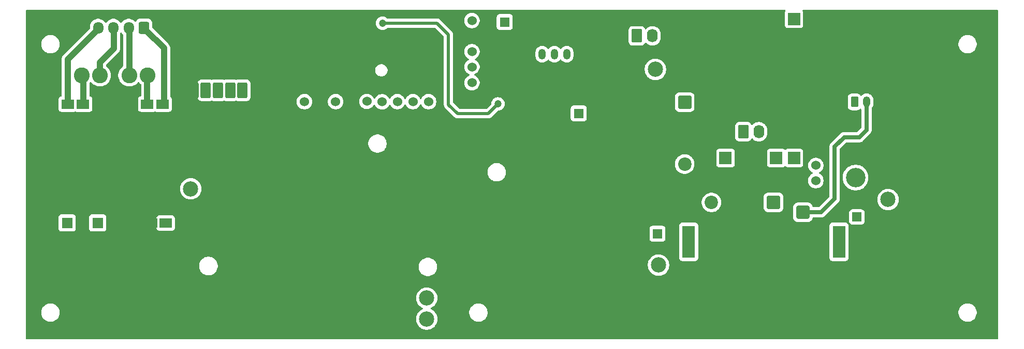
<source format=gbr>
%TF.GenerationSoftware,KiCad,Pcbnew,9.0.5*%
%TF.CreationDate,2025-10-20T18:48:47+02:00*%
%TF.ProjectId,yoradio-2,796f7261-6469-46f2-9d32-2e6b69636164,rev?*%
%TF.SameCoordinates,Original*%
%TF.FileFunction,Copper,L1,Top*%
%TF.FilePolarity,Positive*%
%FSLAX46Y46*%
G04 Gerber Fmt 4.6, Leading zero omitted, Abs format (unit mm)*
G04 Created by KiCad (PCBNEW 9.0.5) date 2025-10-20 18:48:47*
%MOMM*%
%LPD*%
G01*
G04 APERTURE LIST*
G04 Aperture macros list*
%AMRoundRect*
0 Rectangle with rounded corners*
0 $1 Rounding radius*
0 $2 $3 $4 $5 $6 $7 $8 $9 X,Y pos of 4 corners*
0 Add a 4 corners polygon primitive as box body*
4,1,4,$2,$3,$4,$5,$6,$7,$8,$9,$2,$3,0*
0 Add four circle primitives for the rounded corners*
1,1,$1+$1,$2,$3*
1,1,$1+$1,$4,$5*
1,1,$1+$1,$6,$7*
1,1,$1+$1,$8,$9*
0 Add four rect primitives between the rounded corners*
20,1,$1+$1,$2,$3,$4,$5,0*
20,1,$1+$1,$4,$5,$6,$7,0*
20,1,$1+$1,$6,$7,$8,$9,0*
20,1,$1+$1,$8,$9,$2,$3,0*%
G04 Aperture macros list end*
%TA.AperFunction,ComponentPad*%
%ADD10R,2.000000X2.000000*%
%TD*%
%TA.AperFunction,ComponentPad*%
%ADD11C,2.500000*%
%TD*%
%TA.AperFunction,ComponentPad*%
%ADD12R,1.800000X1.800000*%
%TD*%
%TA.AperFunction,ComponentPad*%
%ADD13R,2.000000X1.524000*%
%TD*%
%TA.AperFunction,ComponentPad*%
%ADD14C,1.524000*%
%TD*%
%TA.AperFunction,ComponentPad*%
%ADD15C,3.200000*%
%TD*%
%TA.AperFunction,ComponentPad*%
%ADD16R,1.600000X1.600000*%
%TD*%
%TA.AperFunction,ComponentPad*%
%ADD17C,1.600000*%
%TD*%
%TA.AperFunction,ComponentPad*%
%ADD18RoundRect,0.249999X0.850001X0.850001X-0.850001X0.850001X-0.850001X-0.850001X0.850001X-0.850001X0*%
%TD*%
%TA.AperFunction,ComponentPad*%
%ADD19C,2.200000*%
%TD*%
%TA.AperFunction,ComponentPad*%
%ADD20RoundRect,0.250000X-0.825000X-0.825000X0.825000X-0.825000X0.825000X0.825000X-0.825000X0.825000X0*%
%TD*%
%TA.AperFunction,ComponentPad*%
%ADD21R,2.100000X3.000000*%
%TD*%
%TA.AperFunction,ComponentPad*%
%ADD22RoundRect,0.283333X-0.566667X-1.016667X0.566667X-1.016667X0.566667X1.016667X-0.566667X1.016667X0*%
%TD*%
%TA.AperFunction,ComponentPad*%
%ADD23RoundRect,0.249999X-0.850001X0.850001X-0.850001X-0.850001X0.850001X-0.850001X0.850001X0.850001X0*%
%TD*%
%TA.AperFunction,ComponentPad*%
%ADD24RoundRect,0.250000X0.550000X-0.550000X0.550000X0.550000X-0.550000X0.550000X-0.550000X-0.550000X0*%
%TD*%
%TA.AperFunction,ComponentPad*%
%ADD25C,2.600000*%
%TD*%
%TA.AperFunction,ComponentPad*%
%ADD26RoundRect,0.250000X0.350000X0.625000X-0.350000X0.625000X-0.350000X-0.625000X0.350000X-0.625000X0*%
%TD*%
%TA.AperFunction,ComponentPad*%
%ADD27O,1.200000X1.750000*%
%TD*%
%TA.AperFunction,ComponentPad*%
%ADD28RoundRect,0.250000X-0.620000X-0.845000X0.620000X-0.845000X0.620000X0.845000X-0.620000X0.845000X0*%
%TD*%
%TA.AperFunction,ComponentPad*%
%ADD29O,1.740000X2.190000*%
%TD*%
%TA.AperFunction,ComponentPad*%
%ADD30RoundRect,0.250000X0.600000X0.725000X-0.600000X0.725000X-0.600000X-0.725000X0.600000X-0.725000X0*%
%TD*%
%TA.AperFunction,ComponentPad*%
%ADD31O,1.700000X1.950000*%
%TD*%
%TA.AperFunction,ComponentPad*%
%ADD32RoundRect,0.250000X-0.350000X-0.625000X0.350000X-0.625000X0.350000X0.625000X-0.350000X0.625000X0*%
%TD*%
%TA.AperFunction,ViaPad*%
%ADD33C,1.200000*%
%TD*%
%TA.AperFunction,Conductor*%
%ADD34C,1.000000*%
%TD*%
%TA.AperFunction,Conductor*%
%ADD35C,0.700000*%
%TD*%
%TA.AperFunction,Conductor*%
%ADD36C,0.500000*%
%TD*%
G04 APERTURE END LIST*
D10*
%TO.P,M4,1,__GND-*%
%TO.N,GND*%
X187412500Y-77850000D03*
%TO.P,M4,2,Vin_5V*%
%TO.N,BATT+CHARGER*%
X201612500Y-77850000D03*
%TO.P,M4,3,OUT-*%
%TO.N,GND*%
X187412500Y-100650000D03*
%TO.P,M4,4,BATTERY-*%
%TO.N,Net-(J4-Pin_1)*%
X190412500Y-100650000D03*
%TO.P,M4,5,___BATTERY+*%
%TO.N,Net-(J4-Pin_2)*%
X198712500Y-100650000D03*
%TO.P,M4,6,___OUT+*%
%TO.N,/BAT_OUT+*%
X201612500Y-100650000D03*
%TD*%
D11*
%TO.P,M6,1,+BATT*%
%TO.N,Net-(J4-Pin_2)*%
X141542500Y-123620000D03*
%TO.P,M6,2,-BATT*%
%TO.N,Net-(J4-Pin_1)*%
X141542500Y-127070000D03*
%TD*%
D12*
%TO.P,M1,1,L_in*%
%TO.N,Net-(M1-L_in)*%
X82742500Y-111320000D03*
%TO.P,M1,2,GND_A*%
%TO.N,GND*%
X85242500Y-111320000D03*
%TO.P,M1,3,R_in*%
%TO.N,Net-(M1-R_in)*%
X87742500Y-111320000D03*
D13*
%TO.P,M1,4,VCC*%
%TO.N,+5V*%
X98842500Y-111320000D03*
%TO.P,M1,5,GND*%
%TO.N,GND*%
X96442500Y-111320000D03*
%TO.P,M1,6,L_OUT-*%
%TO.N,Net-(J1-Pin_4)*%
X82842500Y-91820000D03*
%TO.P,M1,7,L_OUT+*%
%TO.N,Net-(M1-L_OUT+)*%
X85342500Y-91820000D03*
%TO.P,M1,8,R_OUT+*%
%TO.N,Net-(M1-R_OUT+)*%
X95842500Y-91820000D03*
%TO.P,M1,9,R_OUT-*%
%TO.N,Net-(J1-Pin_1)*%
X98342500Y-91820000D03*
%TD*%
D11*
%TO.P,C14,1*%
%TO.N,+5VA*%
X178942500Y-86120000D03*
%TO.P,C14,2*%
%TO.N,GND*%
X173942500Y-86120000D03*
%TD*%
%TO.P,C2,1*%
%TO.N,+5V*%
X102937500Y-105720000D03*
%TO.P,C2,2*%
%TO.N,GND*%
X102937500Y-100720000D03*
%TD*%
D14*
%TO.P,M5,1,Vcc*%
%TO.N,+USB_C*%
X205182500Y-101870000D03*
X205182500Y-104370000D03*
D15*
X211682500Y-103870000D03*
%TO.P,M5,2,GND*%
%TO.N,GND*%
X216682500Y-103870000D03*
D14*
X223182500Y-101870000D03*
X223182500Y-104370000D03*
%TD*%
D16*
%TO.P,C3,1*%
%TO.N,Net-(M2-Vin)*%
X154292500Y-78364888D03*
D17*
%TO.P,C3,2*%
%TO.N,GND*%
X154292500Y-80864888D03*
%TD*%
D11*
%TO.P,C6,1*%
%TO.N,/BAT_OUT+*%
X216992500Y-107470000D03*
%TO.P,C6,2*%
%TO.N,GND*%
X221992500Y-107470000D03*
%TD*%
D18*
%TO.P,D1,1,K*%
%TO.N,/BAT_OUT+*%
X198270000Y-107940000D03*
D19*
%TO.P,D1,2,A*%
%TO.N,+USB_C*%
X188110000Y-107940000D03*
%TD*%
D20*
%TO.P,J7,1,Pin_1*%
%TO.N,/ENABLE*%
X203070000Y-109550000D03*
%TD*%
D16*
%TO.P,C7,1*%
%TO.N,+5V*%
X179270000Y-113085113D03*
D17*
%TO.P,C7,2*%
%TO.N,GND*%
X179270000Y-110585113D03*
%TD*%
D21*
%TO.P,M3,1,Vin*%
%TO.N,/BAT_OUT+*%
X208977500Y-115550000D03*
X208977500Y-113250000D03*
%TO.P,M3,2,GND*%
%TO.N,GND*%
X208977500Y-127850000D03*
X208977500Y-125550000D03*
%TO.P,M3,5,OUT*%
%TO.N,+5V*%
X184377500Y-115550000D03*
X184377500Y-113250000D03*
%TO.P,M3,6,GND*%
%TO.N,GND*%
X184577500Y-127850000D03*
X184577500Y-125550000D03*
%TD*%
D16*
%TO.P,C8,1*%
%TO.N,+5V*%
X166400000Y-93355113D03*
D17*
%TO.P,C8,2*%
%TO.N,GND*%
X166400000Y-90855113D03*
%TD*%
D11*
%TO.P,C9,1*%
%TO.N,+5V*%
X179457500Y-118210000D03*
%TO.P,C9,2*%
%TO.N,GND*%
X179457500Y-123210000D03*
%TD*%
D14*
%TO.P,M2,1,FLT*%
%TO.N,unconnected-(M2-FLT-Pad1)*%
X141842500Y-91420000D03*
%TO.P,M2,2,DEMP*%
%TO.N,unconnected-(M2-DEMP-Pad2)*%
X139292500Y-91420000D03*
%TO.P,M2,3,XSMT*%
%TO.N,unconnected-(M2-XSMT-Pad3)*%
X136742500Y-91420000D03*
%TO.P,M2,4,FMT*%
%TO.N,unconnected-(M2-FMT-Pad4)*%
X134242500Y-91440000D03*
%TO.P,M2,5,A3V3*%
%TO.N,unconnected-(M2-A3V3-Pad5)*%
X131742500Y-91380000D03*
%TO.P,M2,6,AGND*%
%TO.N,GND*%
X129192500Y-91430000D03*
%TO.P,M2,7,Rout*%
%TO.N,Net-(M2-Rout)*%
X126642500Y-91420000D03*
%TO.P,M2,8,AGND*%
%TO.N,GND*%
X124092500Y-91440000D03*
%TO.P,M2,9,Lout*%
%TO.N,Net-(M2-Lout)*%
X121542500Y-91420000D03*
%TO.P,M2,10,SCK*%
%TO.N,GND*%
X148942500Y-90820000D03*
%TO.P,M2,11,BCK*%
%TO.N,Net-(J2-Pin_2)*%
X148942500Y-88320000D03*
%TO.P,M2,12,Din*%
%TO.N,Net-(J2-Pin_3)*%
X148942500Y-85720000D03*
%TO.P,M2,13,LCK*%
%TO.N,Net-(J2-Pin_4)*%
X148942500Y-83220000D03*
%TO.P,M2,14,GND*%
%TO.N,GND*%
X148942500Y-80620000D03*
%TO.P,M2,15,Vin*%
%TO.N,Net-(M2-Vin)*%
X148942500Y-78120000D03*
%TD*%
D22*
%TO.P,RV1,1,GND*%
%TO.N,GND*%
X103392500Y-89550000D03*
%TO.P,RV1,2,L_slider*%
%TO.N,Net-(M1-L_in)*%
X105392500Y-89550000D03*
%TO.P,RV1,3,R_slider*%
%TO.N,Net-(M1-R_in)*%
X107392500Y-89550000D03*
%TO.P,RV1,4,R_input*%
%TO.N,Net-(RV1-R_input)*%
X109392500Y-89550000D03*
%TO.P,RV1,5,L_input*%
%TO.N,Net-(RV1-L_input)*%
X111392500Y-89550000D03*
D11*
%TO.P,RV1,6,GND*%
%TO.N,GND*%
X102392500Y-78650000D03*
X112332500Y-78690000D03*
%TD*%
D23*
%TO.P,D2,1,K*%
%TO.N,BATT+CHARGER*%
X183732500Y-91500000D03*
D19*
%TO.P,D2,2,A*%
%TO.N,+USB_C*%
X183732500Y-101660000D03*
%TD*%
D24*
%TO.P,C13,1*%
%TO.N,/BAT_OUT+*%
X211880000Y-110315113D03*
D17*
%TO.P,C13,2*%
%TO.N,GND*%
X211880000Y-107815113D03*
%TD*%
D25*
%TO.P,L1,1*%
%TO.N,Net-(M1-L_OUT+)*%
X85100000Y-87100000D03*
%TO.P,L1,2*%
%TO.N,Net-(J1-Pin_3)*%
X88100000Y-87100000D03*
%TD*%
D26*
%TO.P,J2,1,Pin_1*%
%TO.N,GND*%
X166430000Y-83630000D03*
D27*
%TO.P,J2,2,Pin_2*%
%TO.N,Net-(J2-Pin_2)*%
X164430000Y-83630000D03*
%TO.P,J2,3,Pin_3*%
%TO.N,Net-(J2-Pin_3)*%
X162430000Y-83630000D03*
%TO.P,J2,4,Pin_4*%
%TO.N,Net-(J2-Pin_4)*%
X160430000Y-83630000D03*
%TD*%
D28*
%TO.P,J6,1,Pin_1*%
%TO.N,+5VA*%
X175910000Y-80630000D03*
D29*
%TO.P,J6,2,Pin_2*%
X178450000Y-80630000D03*
%TO.P,J6,3,Pin_3*%
%TO.N,GND*%
X180990000Y-80630000D03*
%TO.P,J6,4,Pin_4*%
X183530000Y-80630000D03*
%TD*%
D30*
%TO.P,J1,1,Pin_1*%
%TO.N,Net-(J1-Pin_1)*%
X95300000Y-79300000D03*
D31*
%TO.P,J1,2,Pin_2*%
%TO.N,Net-(J1-Pin_2)*%
X92800000Y-79300000D03*
%TO.P,J1,3,Pin_3*%
%TO.N,Net-(J1-Pin_3)*%
X90300000Y-79300000D03*
%TO.P,J1,4,Pin_4*%
%TO.N,Net-(J1-Pin_4)*%
X87800000Y-79300000D03*
%TD*%
D25*
%TO.P,L2,1*%
%TO.N,Net-(M1-R_OUT+)*%
X95900000Y-87100000D03*
%TO.P,L2,2*%
%TO.N,Net-(J1-Pin_2)*%
X92900000Y-87100000D03*
%TD*%
D32*
%TO.P,J5,1,Pin_1*%
%TO.N,Net-(J5-Pin_1)*%
X211500000Y-91450000D03*
D27*
%TO.P,J5,2,Pin_2*%
%TO.N,/ENABLE*%
X213500000Y-91450000D03*
%TO.P,J5,3,Pin_3*%
%TO.N,GND*%
X215500000Y-91450000D03*
%TD*%
D28*
%TO.P,J4,1,Pin_1*%
%TO.N,Net-(J4-Pin_1)*%
X193332500Y-96340000D03*
D29*
%TO.P,J4,2,Pin_2*%
%TO.N,Net-(J4-Pin_2)*%
X195872500Y-96340000D03*
%TD*%
D33*
%TO.N,GND*%
X137800000Y-77100000D03*
X94500000Y-113700000D03*
X92800000Y-95500000D03*
X88900000Y-95500000D03*
X151800000Y-82700000D03*
X182000000Y-108400000D03*
X212000000Y-118200000D03*
X169200000Y-99300000D03*
%TO.N,Net-(J3-PadG)*%
X134300000Y-78550000D03*
X153200000Y-91800000D03*
%TD*%
D34*
%TO.N,Net-(J1-Pin_1)*%
X95380000Y-79720000D02*
X95660000Y-79720000D01*
X95660000Y-79720000D02*
X98592500Y-82652500D01*
X98592500Y-91570000D02*
X98342500Y-91820000D01*
X98592500Y-82652500D02*
X98592500Y-91570000D01*
%TO.N,+USB_C*%
X211692500Y-103620000D02*
X211792500Y-103720000D01*
%TO.N,Net-(J1-Pin_2)*%
X92880000Y-79720000D02*
X92880000Y-87157500D01*
%TO.N,Net-(J1-Pin_3)*%
X90380000Y-82700000D02*
X88100000Y-84980000D01*
X88100000Y-84980000D02*
X88100000Y-87177500D01*
X90380000Y-79720000D02*
X90380000Y-82700000D01*
%TO.N,Net-(M1-L_OUT+)*%
X85342500Y-91820000D02*
X85392500Y-91770000D01*
X85392500Y-87392500D02*
X85100000Y-87100000D01*
X85392500Y-91770000D02*
X85392500Y-87392500D01*
%TO.N,Net-(M1-R_OUT+)*%
X95842500Y-91820000D02*
X95842500Y-87157500D01*
%TO.N,Net-(J1-Pin_4)*%
X82842500Y-84477500D02*
X82842500Y-91820000D01*
X87880000Y-79720000D02*
X87600000Y-79720000D01*
X87600000Y-79720000D02*
X82842500Y-84477500D01*
D35*
%TO.N,/ENABLE*%
X212280000Y-97250000D02*
X209820000Y-97250000D01*
X208240000Y-98830000D02*
X208240000Y-107360000D01*
X206030000Y-109570000D02*
X203080000Y-109570000D01*
X213450000Y-96080000D02*
X212280000Y-97250000D01*
X208240000Y-107360000D02*
X206030000Y-109570000D01*
X209820000Y-97250000D02*
X208240000Y-98830000D01*
X213450000Y-92400000D02*
X213450000Y-96080000D01*
D36*
%TO.N,Net-(J3-PadG)*%
X146600000Y-93400000D02*
X151600000Y-93400000D01*
X143250000Y-78550000D02*
X145100000Y-80400000D01*
X151600000Y-93400000D02*
X153200000Y-91800000D01*
X145100000Y-80400000D02*
X145100000Y-91900000D01*
X134300000Y-78550000D02*
X143250000Y-78550000D01*
X145100000Y-91900000D02*
X146600000Y-93400000D01*
%TD*%
%TA.AperFunction,Conductor*%
%TO.N,GND*%
G36*
X200111449Y-76374294D02*
G01*
X200124885Y-76373334D01*
X200144321Y-76383947D01*
X200165565Y-76390185D01*
X200174383Y-76400362D01*
X200186208Y-76406819D01*
X200196821Y-76426257D01*
X200211320Y-76442989D01*
X200213236Y-76456319D01*
X200219692Y-76468142D01*
X200218112Y-76490228D01*
X200221264Y-76512147D01*
X200215560Y-76525917D01*
X200214708Y-76537834D01*
X200197793Y-76568811D01*
X200168704Y-76607668D01*
X200168702Y-76607671D01*
X200118408Y-76742517D01*
X200112001Y-76802116D01*
X200112001Y-76802123D01*
X200112000Y-76802135D01*
X200112000Y-78897870D01*
X200112001Y-78897876D01*
X200118408Y-78957483D01*
X200168702Y-79092328D01*
X200168706Y-79092335D01*
X200254952Y-79207544D01*
X200254955Y-79207547D01*
X200370164Y-79293793D01*
X200370171Y-79293797D01*
X200505017Y-79344091D01*
X200505016Y-79344091D01*
X200511944Y-79344835D01*
X200564627Y-79350500D01*
X202660372Y-79350499D01*
X202719983Y-79344091D01*
X202854831Y-79293796D01*
X202970046Y-79207546D01*
X203056296Y-79092331D01*
X203106591Y-78957483D01*
X203113000Y-78897873D01*
X203112999Y-76802128D01*
X203106591Y-76742517D01*
X203056296Y-76607669D01*
X203027207Y-76568811D01*
X203002790Y-76503347D01*
X203017642Y-76435074D01*
X203067047Y-76385668D01*
X203126474Y-76370500D01*
X234868000Y-76370500D01*
X234935039Y-76390185D01*
X234980794Y-76442989D01*
X234992000Y-76494500D01*
X234992000Y-130245500D01*
X234972315Y-130312539D01*
X234919511Y-130358294D01*
X234868000Y-130369500D01*
X76117000Y-130369500D01*
X76049961Y-130349815D01*
X76004206Y-130297011D01*
X75993000Y-130245500D01*
X75993000Y-125881902D01*
X78499500Y-125881902D01*
X78499500Y-126118097D01*
X78536446Y-126351368D01*
X78609433Y-126575996D01*
X78716657Y-126786433D01*
X78855483Y-126977510D01*
X79022490Y-127144517D01*
X79213567Y-127283343D01*
X79312991Y-127334002D01*
X79424003Y-127390566D01*
X79424005Y-127390566D01*
X79424008Y-127390568D01*
X79544412Y-127429689D01*
X79648631Y-127463553D01*
X79881903Y-127500500D01*
X79881908Y-127500500D01*
X80118097Y-127500500D01*
X80351368Y-127463553D01*
X80575992Y-127390568D01*
X80786433Y-127283343D01*
X80977510Y-127144517D01*
X81144517Y-126977510D01*
X81283343Y-126786433D01*
X81390568Y-126575992D01*
X81463553Y-126351368D01*
X81472620Y-126294123D01*
X81500500Y-126118097D01*
X81500500Y-125881902D01*
X81463553Y-125648631D01*
X81390566Y-125424003D01*
X81293813Y-125234116D01*
X81283343Y-125213567D01*
X81144517Y-125022490D01*
X80977510Y-124855483D01*
X80786433Y-124716657D01*
X80575996Y-124609433D01*
X80351368Y-124536446D01*
X80118097Y-124499500D01*
X80118092Y-124499500D01*
X79881908Y-124499500D01*
X79881903Y-124499500D01*
X79648631Y-124536446D01*
X79424003Y-124609433D01*
X79213566Y-124716657D01*
X79130979Y-124776661D01*
X79022490Y-124855483D01*
X79022488Y-124855485D01*
X79022487Y-124855485D01*
X78855485Y-125022487D01*
X78855485Y-125022488D01*
X78855483Y-125022490D01*
X78814709Y-125078611D01*
X78716657Y-125213566D01*
X78609433Y-125424003D01*
X78536446Y-125648631D01*
X78499500Y-125881902D01*
X75993000Y-125881902D01*
X75993000Y-123505258D01*
X139792000Y-123505258D01*
X139792000Y-123734741D01*
X139816946Y-123924215D01*
X139821952Y-123962238D01*
X139821953Y-123962240D01*
X139881342Y-124183887D01*
X139969150Y-124395876D01*
X139969157Y-124395890D01*
X140083892Y-124594617D01*
X140223581Y-124776661D01*
X140223589Y-124776670D01*
X140385830Y-124938911D01*
X140385838Y-124938918D01*
X140567882Y-125078607D01*
X140567885Y-125078608D01*
X140567888Y-125078611D01*
X140766612Y-125193344D01*
X140856167Y-125230439D01*
X140910570Y-125274280D01*
X140932635Y-125340574D01*
X140915356Y-125408273D01*
X140864219Y-125455884D01*
X140856167Y-125459561D01*
X140766618Y-125496653D01*
X140766609Y-125496657D01*
X140567882Y-125611392D01*
X140385838Y-125751081D01*
X140223581Y-125913338D01*
X140083892Y-126095382D01*
X139969157Y-126294109D01*
X139969150Y-126294123D01*
X139881342Y-126506112D01*
X139821953Y-126727759D01*
X139821951Y-126727770D01*
X139792000Y-126955258D01*
X139792000Y-127184741D01*
X139804982Y-127283342D01*
X139821952Y-127412238D01*
X139881342Y-127633887D01*
X139969150Y-127845876D01*
X139969157Y-127845890D01*
X140083892Y-128044617D01*
X140223581Y-128226661D01*
X140223589Y-128226670D01*
X140385830Y-128388911D01*
X140385838Y-128388918D01*
X140567882Y-128528607D01*
X140567885Y-128528608D01*
X140567888Y-128528611D01*
X140766612Y-128643344D01*
X140766617Y-128643346D01*
X140766623Y-128643349D01*
X140857980Y-128681190D01*
X140978613Y-128731158D01*
X141200262Y-128790548D01*
X141427766Y-128820500D01*
X141427773Y-128820500D01*
X141657227Y-128820500D01*
X141657234Y-128820500D01*
X141884738Y-128790548D01*
X142106387Y-128731158D01*
X142318388Y-128643344D01*
X142517112Y-128528611D01*
X142699161Y-128388919D01*
X142699165Y-128388914D01*
X142699170Y-128388911D01*
X142861411Y-128226670D01*
X142861414Y-128226665D01*
X142861419Y-128226661D01*
X143001111Y-128044612D01*
X143115844Y-127845888D01*
X143203658Y-127633887D01*
X143263048Y-127412238D01*
X143293000Y-127184734D01*
X143293000Y-126955266D01*
X143263048Y-126727762D01*
X143203658Y-126506113D01*
X143115844Y-126294112D01*
X143001111Y-126095388D01*
X143001108Y-126095385D01*
X143001107Y-126095382D01*
X142891488Y-125952526D01*
X142861419Y-125913339D01*
X142861413Y-125913333D01*
X142861410Y-125913329D01*
X142829983Y-125881902D01*
X148499500Y-125881902D01*
X148499500Y-126118097D01*
X148536446Y-126351368D01*
X148609433Y-126575996D01*
X148716657Y-126786433D01*
X148855483Y-126977510D01*
X149022490Y-127144517D01*
X149213567Y-127283343D01*
X149312991Y-127334002D01*
X149424003Y-127390566D01*
X149424005Y-127390566D01*
X149424008Y-127390568D01*
X149544412Y-127429689D01*
X149648631Y-127463553D01*
X149881903Y-127500500D01*
X149881908Y-127500500D01*
X150118097Y-127500500D01*
X150351368Y-127463553D01*
X150575992Y-127390568D01*
X150786433Y-127283343D01*
X150977510Y-127144517D01*
X151144517Y-126977510D01*
X151283343Y-126786433D01*
X151390568Y-126575992D01*
X151463553Y-126351368D01*
X151472620Y-126294123D01*
X151500500Y-126118097D01*
X151500500Y-125881902D01*
X228499500Y-125881902D01*
X228499500Y-126118097D01*
X228536446Y-126351368D01*
X228609433Y-126575996D01*
X228716657Y-126786433D01*
X228855483Y-126977510D01*
X229022490Y-127144517D01*
X229213567Y-127283343D01*
X229312991Y-127334002D01*
X229424003Y-127390566D01*
X229424005Y-127390566D01*
X229424008Y-127390568D01*
X229544412Y-127429689D01*
X229648631Y-127463553D01*
X229881903Y-127500500D01*
X229881908Y-127500500D01*
X230118097Y-127500500D01*
X230351368Y-127463553D01*
X230575992Y-127390568D01*
X230786433Y-127283343D01*
X230977510Y-127144517D01*
X231144517Y-126977510D01*
X231283343Y-126786433D01*
X231390568Y-126575992D01*
X231463553Y-126351368D01*
X231472620Y-126294123D01*
X231500500Y-126118097D01*
X231500500Y-125881902D01*
X231463553Y-125648631D01*
X231390566Y-125424003D01*
X231293813Y-125234116D01*
X231283343Y-125213567D01*
X231144517Y-125022490D01*
X230977510Y-124855483D01*
X230786433Y-124716657D01*
X230575996Y-124609433D01*
X230351368Y-124536446D01*
X230118097Y-124499500D01*
X230118092Y-124499500D01*
X229881908Y-124499500D01*
X229881903Y-124499500D01*
X229648631Y-124536446D01*
X229424003Y-124609433D01*
X229213566Y-124716657D01*
X229130979Y-124776661D01*
X229022490Y-124855483D01*
X229022488Y-124855485D01*
X229022487Y-124855485D01*
X228855485Y-125022487D01*
X228855485Y-125022488D01*
X228855483Y-125022490D01*
X228814709Y-125078611D01*
X228716657Y-125213566D01*
X228609433Y-125424003D01*
X228536446Y-125648631D01*
X228499500Y-125881902D01*
X151500500Y-125881902D01*
X151463553Y-125648631D01*
X151390566Y-125424003D01*
X151293813Y-125234116D01*
X151283343Y-125213567D01*
X151144517Y-125022490D01*
X150977510Y-124855483D01*
X150786433Y-124716657D01*
X150575996Y-124609433D01*
X150351368Y-124536446D01*
X150118097Y-124499500D01*
X150118092Y-124499500D01*
X149881908Y-124499500D01*
X149881903Y-124499500D01*
X149648631Y-124536446D01*
X149424003Y-124609433D01*
X149213566Y-124716657D01*
X149130979Y-124776661D01*
X149022490Y-124855483D01*
X149022488Y-124855485D01*
X149022487Y-124855485D01*
X148855485Y-125022487D01*
X148855485Y-125022488D01*
X148855483Y-125022490D01*
X148814709Y-125078611D01*
X148716657Y-125213566D01*
X148609433Y-125424003D01*
X148536446Y-125648631D01*
X148499500Y-125881902D01*
X142829983Y-125881902D01*
X142699170Y-125751089D01*
X142699161Y-125751081D01*
X142517117Y-125611392D01*
X142318390Y-125496657D01*
X142318376Y-125496650D01*
X142228833Y-125459561D01*
X142174429Y-125415721D01*
X142152364Y-125349427D01*
X142169643Y-125281727D01*
X142220780Y-125234116D01*
X142228833Y-125230439D01*
X142318376Y-125193349D01*
X142318376Y-125193348D01*
X142318388Y-125193344D01*
X142517112Y-125078611D01*
X142699161Y-124938919D01*
X142699165Y-124938914D01*
X142699170Y-124938911D01*
X142861411Y-124776670D01*
X142861414Y-124776665D01*
X142861419Y-124776661D01*
X143001111Y-124594612D01*
X143115844Y-124395888D01*
X143203658Y-124183887D01*
X143263048Y-123962238D01*
X143293000Y-123734734D01*
X143293000Y-123505266D01*
X143263048Y-123277762D01*
X143203658Y-123056113D01*
X143115844Y-122844112D01*
X143001111Y-122645388D01*
X143001108Y-122645385D01*
X143001107Y-122645382D01*
X142861418Y-122463338D01*
X142861411Y-122463330D01*
X142699170Y-122301089D01*
X142699161Y-122301081D01*
X142517117Y-122161392D01*
X142318390Y-122046657D01*
X142318376Y-122046650D01*
X142106387Y-121958842D01*
X141884738Y-121899452D01*
X141846715Y-121894446D01*
X141657241Y-121869500D01*
X141657234Y-121869500D01*
X141427766Y-121869500D01*
X141427758Y-121869500D01*
X141211215Y-121898009D01*
X141200262Y-121899452D01*
X141106576Y-121924554D01*
X140978612Y-121958842D01*
X140766623Y-122046650D01*
X140766609Y-122046657D01*
X140567882Y-122161392D01*
X140385838Y-122301081D01*
X140223581Y-122463338D01*
X140083892Y-122645382D01*
X139969157Y-122844109D01*
X139969150Y-122844123D01*
X139881342Y-123056112D01*
X139821953Y-123277759D01*
X139821951Y-123277770D01*
X139792000Y-123505258D01*
X75993000Y-123505258D01*
X75993000Y-118249480D01*
X104311224Y-118249480D01*
X104311224Y-118490519D01*
X104348928Y-118728575D01*
X104423412Y-118957810D01*
X104494063Y-119096469D01*
X104532835Y-119172564D01*
X104674508Y-119367559D01*
X104844941Y-119537992D01*
X105039936Y-119679665D01*
X105141402Y-119731364D01*
X105254689Y-119789087D01*
X105254691Y-119789087D01*
X105254694Y-119789089D01*
X105377567Y-119829013D01*
X105483924Y-119863571D01*
X105721981Y-119901276D01*
X105721986Y-119901276D01*
X105963019Y-119901276D01*
X106201075Y-119863571D01*
X106430306Y-119789089D01*
X106645064Y-119679665D01*
X106840059Y-119537992D01*
X107010492Y-119367559D01*
X107152165Y-119172564D01*
X107261589Y-118957806D01*
X107336071Y-118728575D01*
X107364000Y-118552240D01*
X107373776Y-118490519D01*
X107373776Y-118401810D01*
X140240751Y-118401810D01*
X140240751Y-118638189D01*
X140277729Y-118871661D01*
X140350772Y-119096469D01*
X140350773Y-119096472D01*
X140395686Y-119184617D01*
X140458089Y-119307088D01*
X140597030Y-119498324D01*
X140764176Y-119665470D01*
X140955412Y-119804411D01*
X141058712Y-119857045D01*
X141166027Y-119911726D01*
X141166030Y-119911727D01*
X141278434Y-119948248D01*
X141390840Y-119984771D01*
X141624310Y-120021749D01*
X141624311Y-120021749D01*
X141860689Y-120021749D01*
X141860690Y-120021749D01*
X142094160Y-119984771D01*
X142318972Y-119911726D01*
X142529588Y-119804411D01*
X142720824Y-119665470D01*
X142887970Y-119498324D01*
X143026911Y-119307088D01*
X143134226Y-119096472D01*
X143207271Y-118871660D01*
X143244249Y-118638190D01*
X143244249Y-118401810D01*
X143207271Y-118168340D01*
X143206859Y-118167072D01*
X143194660Y-118129524D01*
X143183526Y-118095258D01*
X177707000Y-118095258D01*
X177707000Y-118324741D01*
X177728826Y-118490514D01*
X177736952Y-118552238D01*
X177759983Y-118638190D01*
X177796342Y-118773887D01*
X177884150Y-118985876D01*
X177884157Y-118985890D01*
X177998892Y-119184617D01*
X178138581Y-119366661D01*
X178138589Y-119366670D01*
X178300830Y-119528911D01*
X178300838Y-119528918D01*
X178482882Y-119668607D01*
X178482885Y-119668608D01*
X178482888Y-119668611D01*
X178681612Y-119783344D01*
X178681617Y-119783346D01*
X178681623Y-119783349D01*
X178732472Y-119804411D01*
X178893613Y-119871158D01*
X179115262Y-119930548D01*
X179342766Y-119960500D01*
X179342773Y-119960500D01*
X179572227Y-119960500D01*
X179572234Y-119960500D01*
X179799738Y-119930548D01*
X180021387Y-119871158D01*
X180233388Y-119783344D01*
X180432112Y-119668611D01*
X180614161Y-119528919D01*
X180614165Y-119528914D01*
X180614170Y-119528911D01*
X180776411Y-119366670D01*
X180776414Y-119366665D01*
X180776419Y-119366661D01*
X180916111Y-119184612D01*
X181030844Y-118985888D01*
X181118658Y-118773887D01*
X181178048Y-118552238D01*
X181208000Y-118324734D01*
X181208000Y-118095266D01*
X181178048Y-117867762D01*
X181118658Y-117646113D01*
X181068690Y-117525480D01*
X181030849Y-117434123D01*
X181030846Y-117434117D01*
X181030844Y-117434112D01*
X180916111Y-117235388D01*
X180916108Y-117235385D01*
X180916107Y-117235382D01*
X180776418Y-117053338D01*
X180776411Y-117053330D01*
X180614170Y-116891089D01*
X180614161Y-116891081D01*
X180432117Y-116751392D01*
X180233390Y-116636657D01*
X180233376Y-116636650D01*
X180021387Y-116548842D01*
X179799738Y-116489452D01*
X179761715Y-116484446D01*
X179572241Y-116459500D01*
X179572234Y-116459500D01*
X179342766Y-116459500D01*
X179342758Y-116459500D01*
X179126215Y-116488009D01*
X179115262Y-116489452D01*
X179021576Y-116514554D01*
X178893612Y-116548842D01*
X178681623Y-116636650D01*
X178681609Y-116636657D01*
X178482882Y-116751392D01*
X178300838Y-116891081D01*
X178138581Y-117053338D01*
X177998892Y-117235382D01*
X177884157Y-117434109D01*
X177884150Y-117434123D01*
X177796342Y-117646112D01*
X177736953Y-117867759D01*
X177736951Y-117867770D01*
X177707000Y-118095258D01*
X143183526Y-118095258D01*
X143134227Y-117943530D01*
X143134226Y-117943527D01*
X143079545Y-117836212D01*
X143026911Y-117732912D01*
X142887970Y-117541676D01*
X142720824Y-117374530D01*
X142529588Y-117235589D01*
X142529182Y-117235382D01*
X142318972Y-117128273D01*
X142318969Y-117128272D01*
X142094161Y-117055229D01*
X141977425Y-117036740D01*
X141860690Y-117018251D01*
X141624310Y-117018251D01*
X141546486Y-117030577D01*
X141390838Y-117055229D01*
X141166030Y-117128272D01*
X141166027Y-117128273D01*
X140955411Y-117235589D01*
X140764173Y-117374532D01*
X140597032Y-117541673D01*
X140458089Y-117732911D01*
X140350773Y-117943527D01*
X140350772Y-117943530D01*
X140277729Y-118168338D01*
X140240751Y-118401810D01*
X107373776Y-118401810D01*
X107373776Y-118249480D01*
X107336071Y-118011424D01*
X107261587Y-117782189D01*
X107152164Y-117567435D01*
X107139859Y-117550499D01*
X107010492Y-117372441D01*
X106840059Y-117202008D01*
X106645064Y-117060335D01*
X106635043Y-117055229D01*
X106430310Y-116950912D01*
X106201075Y-116876428D01*
X105963019Y-116838724D01*
X105963014Y-116838724D01*
X105721986Y-116838724D01*
X105721981Y-116838724D01*
X105483924Y-116876428D01*
X105254689Y-116950912D01*
X105039935Y-117060335D01*
X104928683Y-117141165D01*
X104844941Y-117202008D01*
X104844939Y-117202010D01*
X104844938Y-117202010D01*
X104674510Y-117372438D01*
X104674510Y-117372439D01*
X104674508Y-117372441D01*
X104672989Y-117374532D01*
X104532835Y-117567435D01*
X104423412Y-117782189D01*
X104348928Y-118011424D01*
X104311224Y-118249480D01*
X75993000Y-118249480D01*
X75993000Y-110372135D01*
X81342000Y-110372135D01*
X81342000Y-112267870D01*
X81342001Y-112267876D01*
X81348408Y-112327483D01*
X81398702Y-112462328D01*
X81398706Y-112462335D01*
X81484952Y-112577544D01*
X81484955Y-112577547D01*
X81600164Y-112663793D01*
X81600171Y-112663797D01*
X81735017Y-112714091D01*
X81735016Y-112714091D01*
X81741944Y-112714835D01*
X81794627Y-112720500D01*
X83690372Y-112720499D01*
X83749983Y-112714091D01*
X83884831Y-112663796D01*
X84000046Y-112577546D01*
X84086296Y-112462331D01*
X84136591Y-112327483D01*
X84143000Y-112267873D01*
X84142999Y-110372135D01*
X86342000Y-110372135D01*
X86342000Y-112267870D01*
X86342001Y-112267876D01*
X86348408Y-112327483D01*
X86398702Y-112462328D01*
X86398706Y-112462335D01*
X86484952Y-112577544D01*
X86484955Y-112577547D01*
X86600164Y-112663793D01*
X86600171Y-112663797D01*
X86735017Y-112714091D01*
X86735016Y-112714091D01*
X86741944Y-112714835D01*
X86794627Y-112720500D01*
X88690372Y-112720499D01*
X88749983Y-112714091D01*
X88884831Y-112663796D01*
X89000046Y-112577546D01*
X89086296Y-112462331D01*
X89136591Y-112327483D01*
X89143000Y-112267873D01*
X89142999Y-110510135D01*
X97342000Y-110510135D01*
X97342000Y-112129870D01*
X97342001Y-112129876D01*
X97348408Y-112189483D01*
X97398702Y-112324328D01*
X97398706Y-112324335D01*
X97484952Y-112439544D01*
X97484955Y-112439547D01*
X97600164Y-112525793D01*
X97600171Y-112525797D01*
X97735017Y-112576091D01*
X97735016Y-112576091D01*
X97741944Y-112576835D01*
X97794627Y-112582500D01*
X99890372Y-112582499D01*
X99949983Y-112576091D01*
X100084831Y-112525796D01*
X100200046Y-112439546D01*
X100286296Y-112324331D01*
X100307352Y-112267876D01*
X100318776Y-112237248D01*
X177969500Y-112237248D01*
X177969500Y-113932983D01*
X177969501Y-113932989D01*
X177975908Y-113992596D01*
X178026202Y-114127441D01*
X178026206Y-114127448D01*
X178112452Y-114242657D01*
X178112455Y-114242660D01*
X178227664Y-114328906D01*
X178227671Y-114328910D01*
X178362517Y-114379204D01*
X178362516Y-114379204D01*
X178369444Y-114379948D01*
X178422127Y-114385613D01*
X180117872Y-114385612D01*
X180177483Y-114379204D01*
X180312331Y-114328909D01*
X180427546Y-114242659D01*
X180513796Y-114127444D01*
X180564091Y-113992596D01*
X180570500Y-113932986D01*
X180570499Y-112237241D01*
X180564091Y-112177630D01*
X180546278Y-112129872D01*
X180513797Y-112042784D01*
X180513793Y-112042777D01*
X180427547Y-111927568D01*
X180427544Y-111927565D01*
X180312335Y-111841319D01*
X180312328Y-111841315D01*
X180241740Y-111814988D01*
X180177482Y-111791021D01*
X180177483Y-111791021D01*
X180117883Y-111784614D01*
X180117881Y-111784613D01*
X180117873Y-111784613D01*
X180117864Y-111784613D01*
X178422129Y-111784613D01*
X178422123Y-111784614D01*
X178362516Y-111791021D01*
X178227671Y-111841315D01*
X178227664Y-111841319D01*
X178112455Y-111927565D01*
X178112452Y-111927568D01*
X178026206Y-112042777D01*
X178026202Y-112042784D01*
X177975908Y-112177630D01*
X177969501Y-112237229D01*
X177969501Y-112237236D01*
X177969500Y-112237248D01*
X100318776Y-112237248D01*
X100336180Y-112190586D01*
X100336591Y-112189482D01*
X100337865Y-112177629D01*
X100343000Y-112129873D01*
X100343000Y-111702135D01*
X182827000Y-111702135D01*
X182827000Y-117097870D01*
X182827001Y-117097876D01*
X182833408Y-117157483D01*
X182883702Y-117292328D01*
X182883706Y-117292335D01*
X182969952Y-117407544D01*
X182969955Y-117407547D01*
X183085164Y-117493793D01*
X183085171Y-117493797D01*
X183220017Y-117544091D01*
X183220016Y-117544091D01*
X183226944Y-117544835D01*
X183279627Y-117550500D01*
X185475372Y-117550499D01*
X185534983Y-117544091D01*
X185669831Y-117493796D01*
X185785046Y-117407546D01*
X185871296Y-117292331D01*
X185921591Y-117157483D01*
X185928000Y-117097873D01*
X185927999Y-114797879D01*
X185928000Y-114797873D01*
X185927999Y-111702135D01*
X207427000Y-111702135D01*
X207427000Y-117097870D01*
X207427001Y-117097876D01*
X207433408Y-117157483D01*
X207483702Y-117292328D01*
X207483706Y-117292335D01*
X207569952Y-117407544D01*
X207569955Y-117407547D01*
X207685164Y-117493793D01*
X207685171Y-117493797D01*
X207820017Y-117544091D01*
X207820016Y-117544091D01*
X207826944Y-117544835D01*
X207879627Y-117550500D01*
X210075372Y-117550499D01*
X210134983Y-117544091D01*
X210269831Y-117493796D01*
X210385046Y-117407546D01*
X210471296Y-117292331D01*
X210521591Y-117157483D01*
X210528000Y-117097873D01*
X210527999Y-114797879D01*
X210528000Y-114797873D01*
X210527999Y-111702128D01*
X210521591Y-111642517D01*
X210511556Y-111615613D01*
X210471297Y-111507671D01*
X210471293Y-111507664D01*
X210385047Y-111392455D01*
X210385044Y-111392452D01*
X210269835Y-111306206D01*
X210269828Y-111306202D01*
X210134982Y-111255908D01*
X210134983Y-111255908D01*
X210075383Y-111249501D01*
X210075381Y-111249500D01*
X210075373Y-111249500D01*
X210075364Y-111249500D01*
X207879629Y-111249500D01*
X207879623Y-111249501D01*
X207820016Y-111255908D01*
X207685171Y-111306202D01*
X207685164Y-111306206D01*
X207569955Y-111392452D01*
X207569952Y-111392455D01*
X207483706Y-111507664D01*
X207483702Y-111507671D01*
X207433408Y-111642517D01*
X207427001Y-111702116D01*
X207427001Y-111702123D01*
X207427000Y-111702135D01*
X185927999Y-111702135D01*
X185927999Y-111702128D01*
X185921591Y-111642517D01*
X185911556Y-111615613D01*
X185871297Y-111507671D01*
X185871293Y-111507664D01*
X185785047Y-111392455D01*
X185785044Y-111392452D01*
X185669835Y-111306206D01*
X185669828Y-111306202D01*
X185534982Y-111255908D01*
X185534983Y-111255908D01*
X185475383Y-111249501D01*
X185475381Y-111249500D01*
X185475373Y-111249500D01*
X185475364Y-111249500D01*
X183279629Y-111249500D01*
X183279623Y-111249501D01*
X183220016Y-111255908D01*
X183085171Y-111306202D01*
X183085164Y-111306206D01*
X182969955Y-111392452D01*
X182969952Y-111392455D01*
X182883706Y-111507664D01*
X182883702Y-111507671D01*
X182833408Y-111642517D01*
X182827001Y-111702116D01*
X182827001Y-111702123D01*
X182827000Y-111702135D01*
X100343000Y-111702135D01*
X100342999Y-110510128D01*
X100336591Y-110450517D01*
X100327080Y-110425018D01*
X100286297Y-110315671D01*
X100286293Y-110315664D01*
X100200047Y-110200455D01*
X100200044Y-110200452D01*
X100084835Y-110114206D01*
X100084828Y-110114202D01*
X99949982Y-110063908D01*
X99949983Y-110063908D01*
X99890383Y-110057501D01*
X99890381Y-110057500D01*
X99890373Y-110057500D01*
X99890364Y-110057500D01*
X97794629Y-110057500D01*
X97794623Y-110057501D01*
X97735016Y-110063908D01*
X97600171Y-110114202D01*
X97600164Y-110114206D01*
X97484955Y-110200452D01*
X97484952Y-110200455D01*
X97398706Y-110315664D01*
X97398702Y-110315671D01*
X97348408Y-110450517D01*
X97346614Y-110467209D01*
X97342001Y-110510123D01*
X97342000Y-110510135D01*
X89142999Y-110510135D01*
X89142999Y-110372128D01*
X89136591Y-110312517D01*
X89094794Y-110200454D01*
X89086297Y-110177671D01*
X89086293Y-110177664D01*
X89000047Y-110062455D01*
X89000044Y-110062452D01*
X88884835Y-109976206D01*
X88884828Y-109976202D01*
X88749982Y-109925908D01*
X88749983Y-109925908D01*
X88690383Y-109919501D01*
X88690381Y-109919500D01*
X88690373Y-109919500D01*
X88690364Y-109919500D01*
X86794629Y-109919500D01*
X86794623Y-109919501D01*
X86735016Y-109925908D01*
X86600171Y-109976202D01*
X86600164Y-109976206D01*
X86484955Y-110062452D01*
X86484952Y-110062455D01*
X86398706Y-110177664D01*
X86398702Y-110177671D01*
X86348408Y-110312517D01*
X86342332Y-110369037D01*
X86342001Y-110372123D01*
X86342000Y-110372135D01*
X84142999Y-110372135D01*
X84142999Y-110372128D01*
X84136591Y-110312517D01*
X84094794Y-110200454D01*
X84086297Y-110177671D01*
X84086293Y-110177664D01*
X84000047Y-110062455D01*
X84000044Y-110062452D01*
X83884835Y-109976206D01*
X83884828Y-109976202D01*
X83749982Y-109925908D01*
X83749983Y-109925908D01*
X83690383Y-109919501D01*
X83690381Y-109919500D01*
X83690373Y-109919500D01*
X83690364Y-109919500D01*
X81794629Y-109919500D01*
X81794623Y-109919501D01*
X81735016Y-109925908D01*
X81600171Y-109976202D01*
X81600164Y-109976206D01*
X81484955Y-110062452D01*
X81484952Y-110062455D01*
X81398706Y-110177664D01*
X81398702Y-110177671D01*
X81348408Y-110312517D01*
X81342332Y-110369037D01*
X81342001Y-110372123D01*
X81342000Y-110372135D01*
X75993000Y-110372135D01*
X75993000Y-107814038D01*
X186509500Y-107814038D01*
X186509500Y-108065962D01*
X186539654Y-108256344D01*
X186548910Y-108314785D01*
X186626760Y-108554383D01*
X186741132Y-108778848D01*
X186889201Y-108982649D01*
X186889205Y-108982654D01*
X187067345Y-109160794D01*
X187067350Y-109160798D01*
X187245117Y-109289952D01*
X187271155Y-109308870D01*
X187414184Y-109381747D01*
X187495616Y-109423239D01*
X187495618Y-109423239D01*
X187495621Y-109423241D01*
X187735215Y-109501090D01*
X187984038Y-109540500D01*
X187984039Y-109540500D01*
X188235961Y-109540500D01*
X188235962Y-109540500D01*
X188484785Y-109501090D01*
X188724379Y-109423241D01*
X188948845Y-109308870D01*
X189152656Y-109160793D01*
X189330793Y-108982656D01*
X189478870Y-108778845D01*
X189593241Y-108554379D01*
X189671090Y-108314785D01*
X189710500Y-108065962D01*
X189710500Y-107814038D01*
X189671090Y-107565215D01*
X189593241Y-107325621D01*
X189593239Y-107325618D01*
X189593239Y-107325616D01*
X189478869Y-107101154D01*
X189478865Y-107101148D01*
X189434426Y-107039982D01*
X196669500Y-107039982D01*
X196669500Y-108840017D01*
X196680000Y-108942796D01*
X196735185Y-109109332D01*
X196735187Y-109109337D01*
X196766926Y-109160793D01*
X196827288Y-109258656D01*
X196951344Y-109382712D01*
X197100665Y-109474814D01*
X197267202Y-109529999D01*
X197369990Y-109540500D01*
X197369995Y-109540500D01*
X199170005Y-109540500D01*
X199170010Y-109540500D01*
X199272798Y-109529999D01*
X199439335Y-109474814D01*
X199588656Y-109382712D01*
X199712712Y-109258656D01*
X199804814Y-109109335D01*
X199859999Y-108942798D01*
X199870500Y-108840010D01*
X199870500Y-108674983D01*
X201494500Y-108674983D01*
X201494500Y-110425001D01*
X201494501Y-110425018D01*
X201505000Y-110527796D01*
X201505001Y-110527799D01*
X201560185Y-110694331D01*
X201560186Y-110694334D01*
X201652288Y-110843656D01*
X201776344Y-110967712D01*
X201925666Y-111059814D01*
X202092203Y-111114999D01*
X202194991Y-111125500D01*
X203945008Y-111125499D01*
X204047797Y-111114999D01*
X204214334Y-111059814D01*
X204363656Y-110967712D01*
X204487712Y-110843656D01*
X204579814Y-110694334D01*
X204634999Y-110527797D01*
X204635000Y-110527784D01*
X204636417Y-110521173D01*
X204638753Y-110521673D01*
X204660973Y-110467209D01*
X204718153Y-110427056D01*
X204757938Y-110420500D01*
X206113768Y-110420500D01*
X206113769Y-110420499D01*
X206168538Y-110409605D01*
X206278074Y-110387818D01*
X206278078Y-110387816D01*
X206278082Y-110387816D01*
X206315936Y-110372135D01*
X206323408Y-110369040D01*
X206323409Y-110369039D01*
X206323415Y-110369037D01*
X206432863Y-110323704D01*
X206572162Y-110230627D01*
X206826587Y-109976202D01*
X207087694Y-109715096D01*
X210579500Y-109715096D01*
X210579500Y-110915114D01*
X210579501Y-110915131D01*
X210590000Y-111017909D01*
X210590001Y-111017912D01*
X210625653Y-111125500D01*
X210645186Y-111184447D01*
X210737288Y-111333769D01*
X210861344Y-111457825D01*
X211010666Y-111549927D01*
X211177203Y-111605112D01*
X211279991Y-111615613D01*
X212480008Y-111615612D01*
X212582797Y-111605112D01*
X212749334Y-111549927D01*
X212898656Y-111457825D01*
X213022712Y-111333769D01*
X213114814Y-111184447D01*
X213169999Y-111017910D01*
X213180500Y-110915122D01*
X213180499Y-109715105D01*
X213169999Y-109612316D01*
X213114814Y-109445779D01*
X213022712Y-109296457D01*
X212898656Y-109172401D01*
X212749334Y-109080299D01*
X212582797Y-109025114D01*
X212582795Y-109025113D01*
X212480010Y-109014613D01*
X211279998Y-109014613D01*
X211279981Y-109014614D01*
X211177203Y-109025113D01*
X211177200Y-109025114D01*
X211010668Y-109080298D01*
X211010663Y-109080300D01*
X210861342Y-109172402D01*
X210737289Y-109296455D01*
X210645187Y-109445776D01*
X210645186Y-109445779D01*
X210590001Y-109612316D01*
X210590001Y-109612317D01*
X210590000Y-109612317D01*
X210579500Y-109715096D01*
X207087694Y-109715096D01*
X207178524Y-109624266D01*
X208900624Y-107902165D01*
X208900627Y-107902162D01*
X208993704Y-107762863D01*
X209057816Y-107608081D01*
X209085183Y-107470500D01*
X209085184Y-107470499D01*
X209086695Y-107462893D01*
X209090500Y-107443767D01*
X209090500Y-107355258D01*
X215242000Y-107355258D01*
X215242000Y-107584741D01*
X215265452Y-107762866D01*
X215271952Y-107812238D01*
X215315430Y-107974501D01*
X215331342Y-108033887D01*
X215419150Y-108245876D01*
X215419157Y-108245890D01*
X215533892Y-108444617D01*
X215673581Y-108626661D01*
X215673589Y-108626670D01*
X215835830Y-108788911D01*
X215835838Y-108788918D01*
X216017882Y-108928607D01*
X216017885Y-108928608D01*
X216017888Y-108928611D01*
X216216612Y-109043344D01*
X216216617Y-109043346D01*
X216216623Y-109043349D01*
X216305827Y-109080298D01*
X216428613Y-109131158D01*
X216650262Y-109190548D01*
X216877766Y-109220500D01*
X216877773Y-109220500D01*
X217107227Y-109220500D01*
X217107234Y-109220500D01*
X217334738Y-109190548D01*
X217556387Y-109131158D01*
X217768388Y-109043344D01*
X217967112Y-108928611D01*
X218149161Y-108788919D01*
X218149165Y-108788914D01*
X218149170Y-108788911D01*
X218311411Y-108626670D01*
X218311414Y-108626665D01*
X218311419Y-108626661D01*
X218451111Y-108444612D01*
X218565844Y-108245888D01*
X218653658Y-108033887D01*
X218713048Y-107812238D01*
X218743000Y-107584734D01*
X218743000Y-107355266D01*
X218713048Y-107127762D01*
X218653658Y-106906113D01*
X218576238Y-106719205D01*
X218565849Y-106694123D01*
X218565846Y-106694117D01*
X218565844Y-106694112D01*
X218451111Y-106495388D01*
X218451108Y-106495385D01*
X218451107Y-106495382D01*
X218311418Y-106313338D01*
X218311411Y-106313330D01*
X218149170Y-106151089D01*
X218149161Y-106151081D01*
X217967117Y-106011392D01*
X217768390Y-105896657D01*
X217768376Y-105896650D01*
X217556387Y-105808842D01*
X217334738Y-105749452D01*
X217296715Y-105744446D01*
X217107241Y-105719500D01*
X217107234Y-105719500D01*
X216877766Y-105719500D01*
X216877758Y-105719500D01*
X216661215Y-105748009D01*
X216650262Y-105749452D01*
X216618644Y-105757924D01*
X216428612Y-105808842D01*
X216216623Y-105896650D01*
X216216609Y-105896657D01*
X216017882Y-106011392D01*
X215835838Y-106151081D01*
X215673581Y-106313338D01*
X215533892Y-106495382D01*
X215419157Y-106694109D01*
X215419150Y-106694123D01*
X215331342Y-106906112D01*
X215271953Y-107127759D01*
X215271951Y-107127770D01*
X215242000Y-107355258D01*
X209090500Y-107355258D01*
X209090500Y-103732332D01*
X209582000Y-103732332D01*
X209582000Y-104007667D01*
X209582001Y-104007684D01*
X209617938Y-104280655D01*
X209617939Y-104280660D01*
X209617940Y-104280666D01*
X209647388Y-104390568D01*
X209689204Y-104546630D01*
X209794575Y-104801017D01*
X209794580Y-104801028D01*
X209825529Y-104854632D01*
X209932251Y-105039479D01*
X209932253Y-105039482D01*
X209932254Y-105039483D01*
X210099870Y-105257926D01*
X210099876Y-105257933D01*
X210294566Y-105452623D01*
X210294572Y-105452628D01*
X210513021Y-105620249D01*
X210666278Y-105708732D01*
X210751471Y-105757919D01*
X210751476Y-105757921D01*
X210751479Y-105757923D01*
X211005868Y-105863295D01*
X211271834Y-105934560D01*
X211544826Y-105970500D01*
X211544833Y-105970500D01*
X211820167Y-105970500D01*
X211820174Y-105970500D01*
X212093166Y-105934560D01*
X212359132Y-105863295D01*
X212613521Y-105757923D01*
X212851979Y-105620249D01*
X213070428Y-105452628D01*
X213265128Y-105257928D01*
X213432749Y-105039479D01*
X213570423Y-104801021D01*
X213675795Y-104546632D01*
X213747060Y-104280666D01*
X213783000Y-104007674D01*
X213783000Y-103732326D01*
X213747060Y-103459334D01*
X213675795Y-103193368D01*
X213570423Y-102938979D01*
X213570421Y-102938976D01*
X213570419Y-102938971D01*
X213509223Y-102832978D01*
X213432749Y-102700521D01*
X213278001Y-102498848D01*
X213265129Y-102482073D01*
X213265123Y-102482066D01*
X213070433Y-102287376D01*
X213070426Y-102287370D01*
X212851983Y-102119754D01*
X212851982Y-102119753D01*
X212851979Y-102119751D01*
X212704814Y-102034785D01*
X212613528Y-101982080D01*
X212613517Y-101982075D01*
X212359130Y-101876704D01*
X212226149Y-101841072D01*
X212093166Y-101805440D01*
X212093160Y-101805439D01*
X212093155Y-101805438D01*
X211820184Y-101769501D01*
X211820179Y-101769500D01*
X211820174Y-101769500D01*
X211544826Y-101769500D01*
X211544820Y-101769500D01*
X211544815Y-101769501D01*
X211271844Y-101805438D01*
X211271837Y-101805439D01*
X211271834Y-101805440D01*
X211215625Y-101820500D01*
X211005869Y-101876704D01*
X210751482Y-101982075D01*
X210751471Y-101982080D01*
X210513016Y-102119754D01*
X210294573Y-102287370D01*
X210294566Y-102287376D01*
X210099876Y-102482066D01*
X210099870Y-102482073D01*
X209932254Y-102700516D01*
X209794580Y-102938971D01*
X209794575Y-102938982D01*
X209689204Y-103193369D01*
X209617941Y-103459331D01*
X209617938Y-103459344D01*
X209582001Y-103732315D01*
X209582000Y-103732332D01*
X209090500Y-103732332D01*
X209090500Y-99233650D01*
X209110185Y-99166611D01*
X209126819Y-99145969D01*
X210135969Y-98136819D01*
X210197292Y-98103334D01*
X210223650Y-98100500D01*
X212363768Y-98100500D01*
X212363769Y-98100499D01*
X212418538Y-98089605D01*
X212528074Y-98067818D01*
X212528078Y-98067816D01*
X212528082Y-98067816D01*
X212573415Y-98049037D01*
X212682863Y-98003704D01*
X212822162Y-97910627D01*
X214110627Y-96622162D01*
X214203704Y-96482863D01*
X214267816Y-96328081D01*
X214300500Y-96163767D01*
X214300500Y-95996233D01*
X214300500Y-92532204D01*
X214320185Y-92465165D01*
X214336819Y-92444523D01*
X214339414Y-92441928D01*
X214441232Y-92301788D01*
X214519873Y-92147445D01*
X214573402Y-91982701D01*
X214600500Y-91811611D01*
X214600500Y-91088389D01*
X214573402Y-90917299D01*
X214519873Y-90752555D01*
X214441232Y-90598212D01*
X214339414Y-90458072D01*
X214216928Y-90335586D01*
X214076788Y-90233768D01*
X214030130Y-90209995D01*
X213922447Y-90155128D01*
X213922446Y-90155127D01*
X213922445Y-90155127D01*
X213757701Y-90101598D01*
X213757699Y-90101597D01*
X213757698Y-90101597D01*
X213626271Y-90080781D01*
X213586611Y-90074500D01*
X213413389Y-90074500D01*
X213373728Y-90080781D01*
X213242302Y-90101597D01*
X213077552Y-90155128D01*
X212923211Y-90233768D01*
X212783073Y-90335585D01*
X212675530Y-90443128D01*
X212614207Y-90476612D01*
X212544515Y-90471628D01*
X212488582Y-90429756D01*
X212482310Y-90420543D01*
X212445098Y-90360213D01*
X212442712Y-90356344D01*
X212318656Y-90232288D01*
X212193559Y-90155128D01*
X212169336Y-90140187D01*
X212169331Y-90140185D01*
X212167862Y-90139698D01*
X212002797Y-90085001D01*
X212002795Y-90085000D01*
X211900010Y-90074500D01*
X211099998Y-90074500D01*
X211099980Y-90074501D01*
X210997203Y-90085000D01*
X210997200Y-90085001D01*
X210830668Y-90140185D01*
X210830663Y-90140187D01*
X210681342Y-90232289D01*
X210557289Y-90356342D01*
X210465187Y-90505663D01*
X210465185Y-90505668D01*
X210437349Y-90589670D01*
X210410001Y-90672203D01*
X210410001Y-90672204D01*
X210410000Y-90672204D01*
X210399500Y-90774983D01*
X210399500Y-92125001D01*
X210399501Y-92125018D01*
X210410000Y-92227796D01*
X210410001Y-92227799D01*
X210465185Y-92394331D01*
X210465187Y-92394336D01*
X210470519Y-92402981D01*
X210557288Y-92543656D01*
X210681344Y-92667712D01*
X210830666Y-92759814D01*
X210997203Y-92814999D01*
X211099991Y-92825500D01*
X211900008Y-92825499D01*
X211900016Y-92825498D01*
X211900019Y-92825498D01*
X211966997Y-92818656D01*
X212002797Y-92814999D01*
X212169334Y-92759814D01*
X212318656Y-92667712D01*
X212387819Y-92598549D01*
X212449142Y-92565064D01*
X212518834Y-92570048D01*
X212574767Y-92611920D01*
X212599184Y-92677384D01*
X212599500Y-92686230D01*
X212599500Y-95676349D01*
X212579815Y-95743388D01*
X212563181Y-95764030D01*
X211964030Y-96363181D01*
X211902707Y-96396666D01*
X211876349Y-96399500D01*
X209736228Y-96399500D01*
X209571925Y-96432182D01*
X209571917Y-96432184D01*
X209417139Y-96496295D01*
X209277837Y-96589373D01*
X209277834Y-96589376D01*
X207579375Y-98287834D01*
X207579372Y-98287838D01*
X207486299Y-98427130D01*
X207486292Y-98427143D01*
X207440962Y-98536583D01*
X207422185Y-98581913D01*
X207422182Y-98581925D01*
X207389500Y-98746228D01*
X207389500Y-106956349D01*
X207369815Y-107023388D01*
X207353181Y-107044030D01*
X205714030Y-108683181D01*
X205652707Y-108716666D01*
X205626349Y-108719500D01*
X204762024Y-108719500D01*
X204694985Y-108699815D01*
X204649230Y-108647011D01*
X204638666Y-108608101D01*
X204634999Y-108572203D01*
X204634998Y-108572200D01*
X204592719Y-108444612D01*
X204579814Y-108405666D01*
X204487712Y-108256344D01*
X204363656Y-108132288D01*
X204214334Y-108040186D01*
X204047797Y-107985001D01*
X204047795Y-107985000D01*
X203945010Y-107974500D01*
X202194998Y-107974500D01*
X202194981Y-107974501D01*
X202092203Y-107985000D01*
X202092200Y-107985001D01*
X201925668Y-108040185D01*
X201925663Y-108040187D01*
X201776342Y-108132289D01*
X201652289Y-108256342D01*
X201560187Y-108405663D01*
X201560185Y-108405668D01*
X201547279Y-108444617D01*
X201505001Y-108572203D01*
X201505001Y-108572204D01*
X201505000Y-108572204D01*
X201494500Y-108674983D01*
X199870500Y-108674983D01*
X199870500Y-107039990D01*
X199859999Y-106937202D01*
X199804814Y-106770665D01*
X199712712Y-106621344D01*
X199588656Y-106497288D01*
X199439335Y-106405186D01*
X199272798Y-106350001D01*
X199272796Y-106350000D01*
X199170017Y-106339500D01*
X199170010Y-106339500D01*
X197369990Y-106339500D01*
X197369982Y-106339500D01*
X197267203Y-106350000D01*
X197267202Y-106350001D01*
X197184669Y-106377349D01*
X197100667Y-106405185D01*
X197100662Y-106405187D01*
X196951342Y-106497289D01*
X196827289Y-106621342D01*
X196735187Y-106770662D01*
X196735186Y-106770665D01*
X196680001Y-106937202D01*
X196680001Y-106937203D01*
X196680000Y-106937203D01*
X196669500Y-107039982D01*
X189434426Y-107039982D01*
X189330798Y-106897350D01*
X189330794Y-106897345D01*
X189152654Y-106719205D01*
X189152649Y-106719201D01*
X188948848Y-106571132D01*
X188948847Y-106571131D01*
X188948845Y-106571130D01*
X188878747Y-106535413D01*
X188724383Y-106456760D01*
X188484785Y-106378910D01*
X188235962Y-106339500D01*
X187984038Y-106339500D01*
X187917738Y-106350001D01*
X187735214Y-106378910D01*
X187495616Y-106456760D01*
X187271151Y-106571132D01*
X187067350Y-106719201D01*
X187067345Y-106719205D01*
X186889205Y-106897345D01*
X186889201Y-106897350D01*
X186741132Y-107101151D01*
X186626760Y-107325616D01*
X186548910Y-107565214D01*
X186545818Y-107584734D01*
X186509500Y-107814038D01*
X75993000Y-107814038D01*
X75993000Y-105605258D01*
X101187000Y-105605258D01*
X101187000Y-105834741D01*
X101204874Y-105970498D01*
X101216952Y-106062238D01*
X101276342Y-106283887D01*
X101364150Y-106495876D01*
X101364157Y-106495890D01*
X101478892Y-106694617D01*
X101618581Y-106876661D01*
X101618589Y-106876670D01*
X101780830Y-107038911D01*
X101780838Y-107038918D01*
X101780839Y-107038919D01*
X101787500Y-107044030D01*
X101962882Y-107178607D01*
X101962885Y-107178608D01*
X101962888Y-107178611D01*
X102161612Y-107293344D01*
X102161617Y-107293346D01*
X102161623Y-107293349D01*
X102239523Y-107325616D01*
X102373613Y-107381158D01*
X102595262Y-107440548D01*
X102822766Y-107470500D01*
X102822773Y-107470500D01*
X103052227Y-107470500D01*
X103052234Y-107470500D01*
X103279738Y-107440548D01*
X103501387Y-107381158D01*
X103713388Y-107293344D01*
X103912112Y-107178611D01*
X104094161Y-107038919D01*
X104094165Y-107038914D01*
X104094170Y-107038911D01*
X104256411Y-106876670D01*
X104256414Y-106876665D01*
X104256419Y-106876661D01*
X104396111Y-106694612D01*
X104510844Y-106495888D01*
X104598658Y-106283887D01*
X104658048Y-106062238D01*
X104688000Y-105834734D01*
X104688000Y-105605266D01*
X104658048Y-105377762D01*
X104598658Y-105156113D01*
X104510844Y-104944112D01*
X104396111Y-104745388D01*
X104396108Y-104745385D01*
X104396107Y-104745382D01*
X104256418Y-104563338D01*
X104256411Y-104563330D01*
X104094170Y-104401089D01*
X104094161Y-104401081D01*
X103912117Y-104261392D01*
X103713390Y-104146657D01*
X103713376Y-104146650D01*
X103501387Y-104058842D01*
X103279738Y-103999452D01*
X103241715Y-103994446D01*
X103052241Y-103969500D01*
X103052234Y-103969500D01*
X102822766Y-103969500D01*
X102822758Y-103969500D01*
X102606215Y-103998009D01*
X102595262Y-103999452D01*
X102501576Y-104024554D01*
X102373612Y-104058842D01*
X102161623Y-104146650D01*
X102161609Y-104146657D01*
X101962882Y-104261392D01*
X101780838Y-104401081D01*
X101618581Y-104563338D01*
X101478892Y-104745382D01*
X101364157Y-104944109D01*
X101364150Y-104944123D01*
X101276342Y-105156112D01*
X101216953Y-105377759D01*
X101216951Y-105377770D01*
X101187000Y-105605258D01*
X75993000Y-105605258D01*
X75993000Y-102881902D01*
X151499500Y-102881902D01*
X151499500Y-103118097D01*
X151536446Y-103351368D01*
X151609433Y-103575996D01*
X151689088Y-103732326D01*
X151716657Y-103786433D01*
X151855483Y-103977510D01*
X152022490Y-104144517D01*
X152213567Y-104283343D01*
X152312991Y-104334002D01*
X152424003Y-104390566D01*
X152424005Y-104390566D01*
X152424008Y-104390568D01*
X152544412Y-104429689D01*
X152648631Y-104463553D01*
X152881903Y-104500500D01*
X152881908Y-104500500D01*
X153118097Y-104500500D01*
X153351368Y-104463553D01*
X153575992Y-104390568D01*
X153786433Y-104283343D01*
X153977510Y-104144517D01*
X154144517Y-103977510D01*
X154283343Y-103786433D01*
X154390568Y-103575992D01*
X154463553Y-103351368D01*
X154487528Y-103199995D01*
X154500500Y-103118097D01*
X154500500Y-102881902D01*
X154463553Y-102648631D01*
X154414884Y-102498845D01*
X154390568Y-102424008D01*
X154390566Y-102424005D01*
X154390566Y-102424003D01*
X154334002Y-102312991D01*
X154283343Y-102213567D01*
X154144517Y-102022490D01*
X153977510Y-101855483D01*
X153786433Y-101716657D01*
X153631187Y-101637555D01*
X153575996Y-101609433D01*
X153351368Y-101536446D01*
X153336164Y-101534038D01*
X182132000Y-101534038D01*
X182132000Y-101785962D01*
X182163062Y-101982077D01*
X182171410Y-102034785D01*
X182249260Y-102274383D01*
X182325496Y-102424003D01*
X182355084Y-102482073D01*
X182363632Y-102498848D01*
X182511701Y-102702649D01*
X182511705Y-102702654D01*
X182689845Y-102880794D01*
X182689850Y-102880798D01*
X182769919Y-102938971D01*
X182893655Y-103028870D01*
X183036029Y-103101413D01*
X183118116Y-103143239D01*
X183118118Y-103143239D01*
X183118121Y-103143241D01*
X183357715Y-103221090D01*
X183606538Y-103260500D01*
X183606539Y-103260500D01*
X183858461Y-103260500D01*
X183858462Y-103260500D01*
X184107285Y-103221090D01*
X184346879Y-103143241D01*
X184571345Y-103028870D01*
X184775156Y-102880793D01*
X184953293Y-102702656D01*
X185101370Y-102498845D01*
X185215741Y-102274379D01*
X185293590Y-102034785D01*
X185333000Y-101785962D01*
X185333000Y-101534038D01*
X185293590Y-101285215D01*
X185215741Y-101045621D01*
X185215739Y-101045618D01*
X185215739Y-101045616D01*
X185174247Y-100964184D01*
X185101370Y-100821155D01*
X185078889Y-100790213D01*
X184953298Y-100617350D01*
X184953294Y-100617345D01*
X184775154Y-100439205D01*
X184775149Y-100439201D01*
X184571348Y-100291132D01*
X184571347Y-100291131D01*
X184571345Y-100291130D01*
X184501247Y-100255413D01*
X184346883Y-100176760D01*
X184107285Y-100098910D01*
X183858462Y-100059500D01*
X183606538Y-100059500D01*
X183482126Y-100079205D01*
X183357714Y-100098910D01*
X183118116Y-100176760D01*
X182893651Y-100291132D01*
X182689850Y-100439201D01*
X182689845Y-100439205D01*
X182511705Y-100617345D01*
X182511701Y-100617350D01*
X182363632Y-100821151D01*
X182249260Y-101045616D01*
X182196399Y-101208306D01*
X182171410Y-101285215D01*
X182132000Y-101534038D01*
X153336164Y-101534038D01*
X153118097Y-101499500D01*
X153118092Y-101499500D01*
X152881908Y-101499500D01*
X152881903Y-101499500D01*
X152648631Y-101536446D01*
X152424003Y-101609433D01*
X152213566Y-101716657D01*
X152118177Y-101785962D01*
X152022490Y-101855483D01*
X152022488Y-101855485D01*
X152022487Y-101855485D01*
X151855485Y-102022487D01*
X151855485Y-102022488D01*
X151855483Y-102022490D01*
X151803678Y-102093793D01*
X151716657Y-102213566D01*
X151609433Y-102424003D01*
X151536446Y-102648631D01*
X151499500Y-102881902D01*
X75993000Y-102881902D01*
X75993000Y-98168107D01*
X131990880Y-98168107D01*
X131990880Y-98404302D01*
X132027826Y-98637573D01*
X132100813Y-98862201D01*
X132208037Y-99072638D01*
X132346863Y-99263715D01*
X132513870Y-99430722D01*
X132704947Y-99569548D01*
X132768877Y-99602122D01*
X132915383Y-99676771D01*
X132915385Y-99676771D01*
X132915388Y-99676773D01*
X133035792Y-99715894D01*
X133140011Y-99749758D01*
X133373283Y-99786705D01*
X133373288Y-99786705D01*
X133609477Y-99786705D01*
X133842748Y-99749758D01*
X134067372Y-99676773D01*
X134213857Y-99602135D01*
X188912000Y-99602135D01*
X188912000Y-101697870D01*
X188912001Y-101697876D01*
X188918408Y-101757483D01*
X188968702Y-101892328D01*
X188968706Y-101892335D01*
X189054952Y-102007544D01*
X189054955Y-102007547D01*
X189170164Y-102093793D01*
X189170171Y-102093797D01*
X189305017Y-102144091D01*
X189305016Y-102144091D01*
X189311944Y-102144835D01*
X189364627Y-102150500D01*
X191460372Y-102150499D01*
X191519983Y-102144091D01*
X191654831Y-102093796D01*
X191770046Y-102007546D01*
X191856296Y-101892331D01*
X191906591Y-101757483D01*
X191913000Y-101697873D01*
X191912999Y-99602135D01*
X197212000Y-99602135D01*
X197212000Y-101697870D01*
X197212001Y-101697876D01*
X197218408Y-101757483D01*
X197268702Y-101892328D01*
X197268706Y-101892335D01*
X197354952Y-102007544D01*
X197354955Y-102007547D01*
X197470164Y-102093793D01*
X197470171Y-102093797D01*
X197605017Y-102144091D01*
X197605016Y-102144091D01*
X197611944Y-102144835D01*
X197664627Y-102150500D01*
X199760372Y-102150499D01*
X199819983Y-102144091D01*
X199954831Y-102093796D01*
X200070046Y-102007546D01*
X200070048Y-102007542D01*
X200074819Y-102002773D01*
X200136142Y-101969288D01*
X200205834Y-101974272D01*
X200250181Y-102002773D01*
X200254955Y-102007547D01*
X200370164Y-102093793D01*
X200370171Y-102093797D01*
X200505017Y-102144091D01*
X200505016Y-102144091D01*
X200511944Y-102144835D01*
X200564627Y-102150500D01*
X202660372Y-102150499D01*
X202719983Y-102144091D01*
X202854831Y-102093796D01*
X202970046Y-102007546D01*
X203056296Y-101892331D01*
X203101684Y-101770639D01*
X203920000Y-101770639D01*
X203920000Y-101969361D01*
X203925292Y-102002773D01*
X203951087Y-102165637D01*
X204012493Y-102354629D01*
X204012494Y-102354632D01*
X204085977Y-102498848D01*
X204102713Y-102531694D01*
X204219519Y-102692464D01*
X204360036Y-102832981D01*
X204520806Y-102949787D01*
X204612037Y-102996272D01*
X204638028Y-103009515D01*
X204688824Y-103057490D01*
X204705619Y-103125311D01*
X204683081Y-103191446D01*
X204638028Y-103230485D01*
X204520805Y-103290213D01*
X204360033Y-103407021D01*
X204219521Y-103547533D01*
X204102713Y-103708305D01*
X204012494Y-103885367D01*
X204012493Y-103885370D01*
X203951087Y-104074362D01*
X203920000Y-104270639D01*
X203920000Y-104469360D01*
X203951087Y-104665637D01*
X204012493Y-104854629D01*
X204012494Y-104854632D01*
X204058093Y-104944123D01*
X204102713Y-105031694D01*
X204219519Y-105192464D01*
X204360036Y-105332981D01*
X204520806Y-105449787D01*
X204607649Y-105494035D01*
X204697867Y-105540005D01*
X204697870Y-105540006D01*
X204792366Y-105570709D01*
X204886864Y-105601413D01*
X205083139Y-105632500D01*
X205083140Y-105632500D01*
X205281860Y-105632500D01*
X205281861Y-105632500D01*
X205478136Y-105601413D01*
X205667132Y-105540005D01*
X205844194Y-105449787D01*
X206004964Y-105332981D01*
X206145481Y-105192464D01*
X206262287Y-105031694D01*
X206352505Y-104854632D01*
X206413913Y-104665636D01*
X206445000Y-104469361D01*
X206445000Y-104270639D01*
X206413913Y-104074364D01*
X206382444Y-103977511D01*
X206352506Y-103885370D01*
X206352505Y-103885367D01*
X206262286Y-103708305D01*
X206166155Y-103575992D01*
X206145481Y-103547536D01*
X206004964Y-103407019D01*
X205844194Y-103290213D01*
X205726970Y-103230484D01*
X205676175Y-103182510D01*
X205659380Y-103114689D01*
X205681917Y-103048555D01*
X205726969Y-103009515D01*
X205844194Y-102949787D01*
X206004964Y-102832981D01*
X206145481Y-102692464D01*
X206262287Y-102531694D01*
X206352505Y-102354632D01*
X206413913Y-102165636D01*
X206445000Y-101969361D01*
X206445000Y-101770639D01*
X206413913Y-101574364D01*
X206352505Y-101385368D01*
X206352505Y-101385367D01*
X206262286Y-101208305D01*
X206145481Y-101047536D01*
X206004964Y-100907019D01*
X205844194Y-100790213D01*
X205667132Y-100699994D01*
X205667129Y-100699993D01*
X205478137Y-100638587D01*
X205344051Y-100617350D01*
X205281861Y-100607500D01*
X205083139Y-100607500D01*
X205020987Y-100617344D01*
X204886862Y-100638587D01*
X204697870Y-100699993D01*
X204697867Y-100699994D01*
X204520805Y-100790213D01*
X204360033Y-100907021D01*
X204219521Y-101047533D01*
X204102713Y-101208305D01*
X204012494Y-101385367D01*
X204012493Y-101385370D01*
X203951087Y-101574362D01*
X203931523Y-101697883D01*
X203920000Y-101770639D01*
X203101684Y-101770639D01*
X203106591Y-101757483D01*
X203113000Y-101697873D01*
X203112999Y-99602128D01*
X203106591Y-99542517D01*
X203090169Y-99498488D01*
X203056297Y-99407671D01*
X203056293Y-99407664D01*
X202970047Y-99292455D01*
X202970044Y-99292452D01*
X202854835Y-99206206D01*
X202854828Y-99206202D01*
X202719982Y-99155908D01*
X202719983Y-99155908D01*
X202660383Y-99149501D01*
X202660381Y-99149500D01*
X202660373Y-99149500D01*
X202660364Y-99149500D01*
X200564629Y-99149500D01*
X200564623Y-99149501D01*
X200505016Y-99155908D01*
X200370171Y-99206202D01*
X200370164Y-99206206D01*
X200254955Y-99292452D01*
X200250181Y-99297227D01*
X200188858Y-99330712D01*
X200119166Y-99325728D01*
X200074819Y-99297227D01*
X200070044Y-99292452D01*
X199954835Y-99206206D01*
X199954828Y-99206202D01*
X199819982Y-99155908D01*
X199819983Y-99155908D01*
X199760383Y-99149501D01*
X199760381Y-99149500D01*
X199760373Y-99149500D01*
X199760364Y-99149500D01*
X197664629Y-99149500D01*
X197664623Y-99149501D01*
X197605016Y-99155908D01*
X197470171Y-99206202D01*
X197470164Y-99206206D01*
X197354955Y-99292452D01*
X197354952Y-99292455D01*
X197268706Y-99407664D01*
X197268702Y-99407671D01*
X197218408Y-99542517D01*
X197212001Y-99602116D01*
X197212001Y-99602123D01*
X197212000Y-99602135D01*
X191912999Y-99602135D01*
X191912999Y-99602128D01*
X191906591Y-99542517D01*
X191890169Y-99498488D01*
X191856297Y-99407671D01*
X191856293Y-99407664D01*
X191770047Y-99292455D01*
X191770044Y-99292452D01*
X191654835Y-99206206D01*
X191654828Y-99206202D01*
X191519982Y-99155908D01*
X191519983Y-99155908D01*
X191460383Y-99149501D01*
X191460381Y-99149500D01*
X191460373Y-99149500D01*
X191460364Y-99149500D01*
X189364629Y-99149500D01*
X189364623Y-99149501D01*
X189305016Y-99155908D01*
X189170171Y-99206202D01*
X189170164Y-99206206D01*
X189054955Y-99292452D01*
X189054952Y-99292455D01*
X188968706Y-99407664D01*
X188968702Y-99407671D01*
X188918408Y-99542517D01*
X188912001Y-99602116D01*
X188912001Y-99602123D01*
X188912000Y-99602135D01*
X134213857Y-99602135D01*
X134277813Y-99569548D01*
X134468890Y-99430722D01*
X134635897Y-99263715D01*
X134774723Y-99072638D01*
X134881948Y-98862197D01*
X134954933Y-98637573D01*
X134988264Y-98427130D01*
X134991880Y-98404302D01*
X134991880Y-98168107D01*
X134954933Y-97934836D01*
X134903879Y-97777710D01*
X134881948Y-97710213D01*
X134881946Y-97710210D01*
X134881946Y-97710208D01*
X134777048Y-97504336D01*
X134774723Y-97499772D01*
X134635897Y-97308695D01*
X134468890Y-97141688D01*
X134277813Y-97002862D01*
X134067376Y-96895638D01*
X133842748Y-96822651D01*
X133609477Y-96785705D01*
X133609472Y-96785705D01*
X133373288Y-96785705D01*
X133373283Y-96785705D01*
X133140011Y-96822651D01*
X132915383Y-96895638D01*
X132704946Y-97002862D01*
X132595930Y-97082067D01*
X132513870Y-97141688D01*
X132513868Y-97141690D01*
X132513867Y-97141690D01*
X132346865Y-97308692D01*
X132346865Y-97308693D01*
X132346863Y-97308695D01*
X132325720Y-97337796D01*
X132208037Y-97499771D01*
X132100813Y-97710208D01*
X132027826Y-97934836D01*
X131990880Y-98168107D01*
X75993000Y-98168107D01*
X75993000Y-95444983D01*
X191962000Y-95444983D01*
X191962000Y-97235001D01*
X191962001Y-97235018D01*
X191972500Y-97337796D01*
X191972501Y-97337799D01*
X192010084Y-97451216D01*
X192027686Y-97504334D01*
X192119788Y-97653656D01*
X192243844Y-97777712D01*
X192393166Y-97869814D01*
X192559703Y-97924999D01*
X192662491Y-97935500D01*
X194002508Y-97935499D01*
X194008999Y-97934836D01*
X194020395Y-97933671D01*
X194105297Y-97924999D01*
X194271834Y-97869814D01*
X194421156Y-97777712D01*
X194545212Y-97653656D01*
X194637314Y-97504334D01*
X194637317Y-97504322D01*
X194637629Y-97503657D01*
X194637969Y-97503269D01*
X194641105Y-97498187D01*
X194641973Y-97498722D01*
X194683799Y-97451216D01*
X194750991Y-97432060D01*
X194817873Y-97452272D01*
X194837695Y-97468375D01*
X194979679Y-97610359D01*
X195154201Y-97737157D01*
X195346411Y-97835092D01*
X195551574Y-97901754D01*
X195631473Y-97914408D01*
X195764634Y-97935500D01*
X195764639Y-97935500D01*
X195980366Y-97935500D01*
X196098730Y-97916752D01*
X196193426Y-97901754D01*
X196398589Y-97835092D01*
X196590799Y-97737157D01*
X196765321Y-97610359D01*
X196917859Y-97457821D01*
X197044657Y-97283299D01*
X197142592Y-97091089D01*
X197209254Y-96885926D01*
X197225127Y-96785705D01*
X197243000Y-96672866D01*
X197243000Y-96007133D01*
X197209254Y-95794077D01*
X197209254Y-95794074D01*
X197142592Y-95588911D01*
X197044657Y-95396701D01*
X196917859Y-95222179D01*
X196765321Y-95069641D01*
X196590799Y-94942843D01*
X196398589Y-94844908D01*
X196193426Y-94778246D01*
X196193424Y-94778245D01*
X196193422Y-94778245D01*
X195980366Y-94744500D01*
X195980361Y-94744500D01*
X195764639Y-94744500D01*
X195764634Y-94744500D01*
X195551577Y-94778245D01*
X195346408Y-94844909D01*
X195154200Y-94942843D01*
X194979680Y-95069640D01*
X194837695Y-95211625D01*
X194776372Y-95245109D01*
X194706680Y-95240125D01*
X194650747Y-95198253D01*
X194637632Y-95176348D01*
X194637315Y-95175669D01*
X194637314Y-95175668D01*
X194637314Y-95175666D01*
X194545212Y-95026344D01*
X194421156Y-94902288D01*
X194271834Y-94810186D01*
X194105297Y-94755001D01*
X194105295Y-94755000D01*
X194002510Y-94744500D01*
X192662498Y-94744500D01*
X192662481Y-94744501D01*
X192559703Y-94755000D01*
X192559700Y-94755001D01*
X192393168Y-94810185D01*
X192393163Y-94810187D01*
X192243842Y-94902289D01*
X192119789Y-95026342D01*
X192027687Y-95175663D01*
X192027686Y-95175666D01*
X191972501Y-95342203D01*
X191972501Y-95342204D01*
X191972500Y-95342204D01*
X191962000Y-95444983D01*
X75993000Y-95444983D01*
X75993000Y-91010135D01*
X81342000Y-91010135D01*
X81342000Y-92629870D01*
X81342001Y-92629876D01*
X81348408Y-92689483D01*
X81398702Y-92824328D01*
X81398706Y-92824335D01*
X81484952Y-92939544D01*
X81484955Y-92939547D01*
X81600164Y-93025793D01*
X81600171Y-93025797D01*
X81735017Y-93076091D01*
X81735016Y-93076091D01*
X81741944Y-93076835D01*
X81794627Y-93082500D01*
X83890372Y-93082499D01*
X83949983Y-93076091D01*
X84049169Y-93039096D01*
X84118858Y-93034113D01*
X84135819Y-93039092D01*
X84235017Y-93076091D01*
X84294627Y-93082500D01*
X86390372Y-93082499D01*
X86449983Y-93076091D01*
X86584831Y-93025796D01*
X86700046Y-92939546D01*
X86786296Y-92824331D01*
X86836591Y-92689483D01*
X86843000Y-92629873D01*
X86842999Y-91010128D01*
X86837673Y-90960586D01*
X86836591Y-90950516D01*
X86786297Y-90815671D01*
X86786293Y-90815664D01*
X86700047Y-90700455D01*
X86700044Y-90700452D01*
X86584835Y-90614206D01*
X86584829Y-90614203D01*
X86473666Y-90572741D01*
X86417733Y-90530869D01*
X86393316Y-90465405D01*
X86393000Y-90456559D01*
X86393000Y-88404653D01*
X86400240Y-88379993D01*
X86403592Y-88354506D01*
X86410822Y-88343957D01*
X86412685Y-88337614D01*
X86422314Y-88324587D01*
X86425654Y-88320636D01*
X86456592Y-88289699D01*
X86503414Y-88228677D01*
X86505314Y-88226432D01*
X86532115Y-88208746D01*
X86558051Y-88189809D01*
X86561090Y-88189627D01*
X86563632Y-88187951D01*
X86595743Y-88187563D01*
X86627797Y-88185654D01*
X86630451Y-88187144D01*
X86633497Y-88187108D01*
X86660722Y-88204144D01*
X86688718Y-88219866D01*
X86692118Y-88223790D01*
X86692727Y-88224171D01*
X86693059Y-88224876D01*
X86698376Y-88231012D01*
X86743406Y-88289697D01*
X86743412Y-88289704D01*
X86910295Y-88456587D01*
X86910302Y-88456593D01*
X86993486Y-88520422D01*
X87097550Y-88600273D01*
X87194760Y-88656397D01*
X87301943Y-88718280D01*
X87301948Y-88718282D01*
X87301951Y-88718284D01*
X87520007Y-88808606D01*
X87747986Y-88869693D01*
X87981989Y-88900500D01*
X87981996Y-88900500D01*
X88218004Y-88900500D01*
X88218011Y-88900500D01*
X88452014Y-88869693D01*
X88679993Y-88808606D01*
X88898049Y-88718284D01*
X89102450Y-88600273D01*
X89289699Y-88456592D01*
X89456592Y-88289699D01*
X89600273Y-88102450D01*
X89718284Y-87898049D01*
X89808606Y-87679993D01*
X89869693Y-87452014D01*
X89900500Y-87218011D01*
X89900500Y-86981989D01*
X89869693Y-86747986D01*
X89808606Y-86520007D01*
X89718284Y-86301951D01*
X89718282Y-86301948D01*
X89718280Y-86301943D01*
X89642944Y-86171459D01*
X89600273Y-86097550D01*
X89456592Y-85910301D01*
X89456587Y-85910295D01*
X89289704Y-85743412D01*
X89289697Y-85743406D01*
X89149014Y-85635456D01*
X89146765Y-85632377D01*
X89143297Y-85630793D01*
X89126321Y-85604378D01*
X89107811Y-85579028D01*
X89106985Y-85574290D01*
X89105523Y-85572015D01*
X89100500Y-85537080D01*
X89100500Y-85445781D01*
X89120185Y-85378742D01*
X89136814Y-85358105D01*
X91017778Y-83477141D01*
X91017782Y-83477139D01*
X91157139Y-83337782D01*
X91266632Y-83173914D01*
X91298366Y-83097302D01*
X91342049Y-82991840D01*
X91342049Y-82991839D01*
X91342051Y-82991835D01*
X91344901Y-82977510D01*
X91355473Y-82924364D01*
X91380499Y-82798544D01*
X91380500Y-82798541D01*
X91380500Y-80275716D01*
X91386496Y-80255295D01*
X91387711Y-80234047D01*
X91399041Y-80212572D01*
X91400185Y-80208677D01*
X91404160Y-80202861D01*
X91449684Y-80140202D01*
X91505010Y-80097540D01*
X91574623Y-80091561D01*
X91636419Y-80124166D01*
X91650317Y-80140206D01*
X91769890Y-80304785D01*
X91769894Y-80304790D01*
X91843181Y-80378077D01*
X91876666Y-80439400D01*
X91879500Y-80465758D01*
X91879500Y-85552426D01*
X91859815Y-85619465D01*
X91830987Y-85650802D01*
X91710295Y-85743412D01*
X91543412Y-85910295D01*
X91543406Y-85910302D01*
X91399730Y-86097545D01*
X91281719Y-86301943D01*
X91281714Y-86301954D01*
X91191394Y-86520006D01*
X91130306Y-86747989D01*
X91099501Y-86981979D01*
X91099500Y-86981995D01*
X91099500Y-87218004D01*
X91099501Y-87218020D01*
X91130306Y-87452010D01*
X91191394Y-87679993D01*
X91281714Y-87898045D01*
X91281719Y-87898056D01*
X91352677Y-88020957D01*
X91399727Y-88102450D01*
X91399729Y-88102453D01*
X91399730Y-88102454D01*
X91543406Y-88289697D01*
X91543412Y-88289704D01*
X91710295Y-88456587D01*
X91710302Y-88456593D01*
X91793486Y-88520422D01*
X91897550Y-88600273D01*
X91994760Y-88656397D01*
X92101943Y-88718280D01*
X92101948Y-88718282D01*
X92101951Y-88718284D01*
X92320007Y-88808606D01*
X92547986Y-88869693D01*
X92781989Y-88900500D01*
X92781996Y-88900500D01*
X93018004Y-88900500D01*
X93018011Y-88900500D01*
X93252014Y-88869693D01*
X93479993Y-88808606D01*
X93698049Y-88718284D01*
X93902450Y-88600273D01*
X94089699Y-88456592D01*
X94256592Y-88289699D01*
X94301624Y-88231012D01*
X94358051Y-88189809D01*
X94427797Y-88185654D01*
X94488718Y-88219866D01*
X94498376Y-88231012D01*
X94543406Y-88289697D01*
X94543412Y-88289704D01*
X94710295Y-88456587D01*
X94710302Y-88456593D01*
X94793486Y-88520422D01*
X94834689Y-88576849D01*
X94842000Y-88618798D01*
X94842000Y-90441023D01*
X94822315Y-90508062D01*
X94769511Y-90553817D01*
X94742365Y-90561266D01*
X94742568Y-90562124D01*
X94735020Y-90563907D01*
X94600171Y-90614202D01*
X94600164Y-90614206D01*
X94484955Y-90700452D01*
X94484952Y-90700455D01*
X94398706Y-90815664D01*
X94398702Y-90815671D01*
X94348408Y-90950517D01*
X94343929Y-90992184D01*
X94342001Y-91010123D01*
X94342000Y-91010135D01*
X94342000Y-92629870D01*
X94342001Y-92629876D01*
X94348408Y-92689483D01*
X94398702Y-92824328D01*
X94398706Y-92824335D01*
X94484952Y-92939544D01*
X94484955Y-92939547D01*
X94600164Y-93025793D01*
X94600171Y-93025797D01*
X94735017Y-93076091D01*
X94735016Y-93076091D01*
X94741944Y-93076835D01*
X94794627Y-93082500D01*
X96890372Y-93082499D01*
X96949983Y-93076091D01*
X97049169Y-93039096D01*
X97118858Y-93034113D01*
X97135819Y-93039092D01*
X97235017Y-93076091D01*
X97294627Y-93082500D01*
X99390372Y-93082499D01*
X99449983Y-93076091D01*
X99584831Y-93025796D01*
X99700046Y-92939546D01*
X99786296Y-92824331D01*
X99836591Y-92689483D01*
X99843000Y-92629873D01*
X99842999Y-91010128D01*
X99837673Y-90960586D01*
X99836591Y-90950516D01*
X99786297Y-90815671D01*
X99786293Y-90815664D01*
X99700048Y-90700457D01*
X99700046Y-90700454D01*
X99698772Y-90699500D01*
X99642688Y-90657515D01*
X99600818Y-90601581D01*
X99593000Y-90558249D01*
X99593000Y-88489307D01*
X104042000Y-88489307D01*
X104042000Y-90610692D01*
X104056815Y-90742184D01*
X104115155Y-90908912D01*
X104178758Y-91010135D01*
X104209130Y-91058471D01*
X104334029Y-91183370D01*
X104397437Y-91223212D01*
X104483582Y-91277341D01*
X104483589Y-91277345D01*
X104650310Y-91335683D01*
X104650313Y-91335683D01*
X104650315Y-91335684D01*
X104716061Y-91343091D01*
X104781807Y-91350499D01*
X104781808Y-91350500D01*
X104781812Y-91350500D01*
X106003192Y-91350500D01*
X106003192Y-91350499D01*
X106085904Y-91341179D01*
X106134684Y-91335684D01*
X106134685Y-91335683D01*
X106134690Y-91335683D01*
X106301411Y-91277345D01*
X106326527Y-91261562D01*
X106393764Y-91242562D01*
X106458472Y-91261562D01*
X106483589Y-91277345D01*
X106483591Y-91277346D01*
X106531265Y-91294027D01*
X106650310Y-91335683D01*
X106650313Y-91335683D01*
X106650315Y-91335684D01*
X106716061Y-91343091D01*
X106781807Y-91350499D01*
X106781808Y-91350500D01*
X106781812Y-91350500D01*
X108003192Y-91350500D01*
X108003192Y-91350499D01*
X108085904Y-91341179D01*
X108134684Y-91335684D01*
X108134685Y-91335683D01*
X108134690Y-91335683D01*
X108301411Y-91277345D01*
X108326527Y-91261562D01*
X108393764Y-91242562D01*
X108458472Y-91261562D01*
X108483589Y-91277345D01*
X108483591Y-91277346D01*
X108531265Y-91294027D01*
X108650310Y-91335683D01*
X108650313Y-91335683D01*
X108650315Y-91335684D01*
X108716061Y-91343091D01*
X108781807Y-91350499D01*
X108781808Y-91350500D01*
X108781812Y-91350500D01*
X110003192Y-91350500D01*
X110003192Y-91350499D01*
X110085904Y-91341179D01*
X110134684Y-91335684D01*
X110134685Y-91335683D01*
X110134690Y-91335683D01*
X110301411Y-91277345D01*
X110326527Y-91261562D01*
X110393764Y-91242562D01*
X110458472Y-91261562D01*
X110483589Y-91277345D01*
X110483591Y-91277346D01*
X110531265Y-91294027D01*
X110650310Y-91335683D01*
X110650313Y-91335683D01*
X110650315Y-91335684D01*
X110716061Y-91343091D01*
X110781807Y-91350499D01*
X110781808Y-91350500D01*
X110781812Y-91350500D01*
X112003192Y-91350500D01*
X112003192Y-91350499D01*
X112085904Y-91341179D01*
X112134684Y-91335684D01*
X112134685Y-91335683D01*
X112134690Y-91335683D01*
X112177683Y-91320639D01*
X120280000Y-91320639D01*
X120280000Y-91519361D01*
X120290916Y-91588282D01*
X120311087Y-91715637D01*
X120372493Y-91904629D01*
X120372494Y-91904632D01*
X120452180Y-92061022D01*
X120462713Y-92081694D01*
X120579519Y-92242464D01*
X120720036Y-92382981D01*
X120880806Y-92499787D01*
X120944428Y-92532204D01*
X121057867Y-92590005D01*
X121057870Y-92590006D01*
X121125316Y-92611920D01*
X121246864Y-92651413D01*
X121443139Y-92682500D01*
X121443140Y-92682500D01*
X121641860Y-92682500D01*
X121641861Y-92682500D01*
X121838136Y-92651413D01*
X122027132Y-92590005D01*
X122204194Y-92499787D01*
X122364964Y-92382981D01*
X122505481Y-92242464D01*
X122622287Y-92081694D01*
X122712505Y-91904632D01*
X122773913Y-91715636D01*
X122805000Y-91519361D01*
X122805000Y-91320639D01*
X125380000Y-91320639D01*
X125380000Y-91519361D01*
X125390916Y-91588282D01*
X125411087Y-91715637D01*
X125472493Y-91904629D01*
X125472494Y-91904632D01*
X125552180Y-92061022D01*
X125562713Y-92081694D01*
X125679519Y-92242464D01*
X125820036Y-92382981D01*
X125980806Y-92499787D01*
X126044428Y-92532204D01*
X126157867Y-92590005D01*
X126157870Y-92590006D01*
X126225316Y-92611920D01*
X126346864Y-92651413D01*
X126543139Y-92682500D01*
X126543140Y-92682500D01*
X126741860Y-92682500D01*
X126741861Y-92682500D01*
X126938136Y-92651413D01*
X127127132Y-92590005D01*
X127304194Y-92499787D01*
X127464964Y-92382981D01*
X127605481Y-92242464D01*
X127722287Y-92081694D01*
X127812505Y-91904632D01*
X127873913Y-91715636D01*
X127905000Y-91519361D01*
X127905000Y-91320639D01*
X127898665Y-91280639D01*
X130480000Y-91280639D01*
X130480000Y-91479360D01*
X130511087Y-91675637D01*
X130572493Y-91864629D01*
X130572494Y-91864632D01*
X130618270Y-91954471D01*
X130662713Y-92041694D01*
X130779519Y-92202464D01*
X130920036Y-92342981D01*
X131080806Y-92459787D01*
X131122129Y-92480842D01*
X131257867Y-92550005D01*
X131257870Y-92550006D01*
X131352366Y-92580709D01*
X131446864Y-92611413D01*
X131643139Y-92642500D01*
X131643140Y-92642500D01*
X131841860Y-92642500D01*
X131841861Y-92642500D01*
X132038136Y-92611413D01*
X132227132Y-92550005D01*
X132404194Y-92459787D01*
X132564964Y-92342981D01*
X132705481Y-92202464D01*
X132822287Y-92041694D01*
X132866730Y-91954469D01*
X132914703Y-91903675D01*
X132982524Y-91886880D01*
X133048659Y-91909417D01*
X133087698Y-91954470D01*
X133162713Y-92101694D01*
X133279519Y-92262464D01*
X133420036Y-92402981D01*
X133580806Y-92519787D01*
X133640112Y-92550005D01*
X133757867Y-92610005D01*
X133757870Y-92610006D01*
X133848371Y-92639411D01*
X133946864Y-92671413D01*
X134143139Y-92702500D01*
X134143140Y-92702500D01*
X134341860Y-92702500D01*
X134341861Y-92702500D01*
X134538136Y-92671413D01*
X134727132Y-92610005D01*
X134904194Y-92519787D01*
X135064964Y-92402981D01*
X135205481Y-92262464D01*
X135322287Y-92101694D01*
X135387111Y-91974469D01*
X135435084Y-91923675D01*
X135502905Y-91906880D01*
X135569040Y-91929417D01*
X135608079Y-91974470D01*
X135662713Y-92081694D01*
X135779519Y-92242464D01*
X135920036Y-92382981D01*
X136080806Y-92499787D01*
X136144428Y-92532204D01*
X136257867Y-92590005D01*
X136257870Y-92590006D01*
X136325316Y-92611920D01*
X136446864Y-92651413D01*
X136643139Y-92682500D01*
X136643140Y-92682500D01*
X136841860Y-92682500D01*
X136841861Y-92682500D01*
X137038136Y-92651413D01*
X137227132Y-92590005D01*
X137404194Y-92499787D01*
X137564964Y-92382981D01*
X137705481Y-92242464D01*
X137822287Y-92081694D01*
X137907015Y-91915405D01*
X137954990Y-91864610D01*
X138022811Y-91847815D01*
X138088946Y-91870352D01*
X138127984Y-91915405D01*
X138212713Y-92081694D01*
X138329519Y-92242464D01*
X138470036Y-92382981D01*
X138630806Y-92499787D01*
X138694428Y-92532204D01*
X138807867Y-92590005D01*
X138807870Y-92590006D01*
X138875316Y-92611920D01*
X138996864Y-92651413D01*
X139193139Y-92682500D01*
X139193140Y-92682500D01*
X139391860Y-92682500D01*
X139391861Y-92682500D01*
X139588136Y-92651413D01*
X139777132Y-92590005D01*
X139954194Y-92499787D01*
X140114964Y-92382981D01*
X140255481Y-92242464D01*
X140372287Y-92081694D01*
X140457015Y-91915405D01*
X140504990Y-91864610D01*
X140572811Y-91847815D01*
X140638946Y-91870352D01*
X140677984Y-91915405D01*
X140762713Y-92081694D01*
X140879519Y-92242464D01*
X141020036Y-92382981D01*
X141180806Y-92499787D01*
X141244428Y-92532204D01*
X141357867Y-92590005D01*
X141357870Y-92590006D01*
X141425316Y-92611920D01*
X141546864Y-92651413D01*
X141743139Y-92682500D01*
X141743140Y-92682500D01*
X141941860Y-92682500D01*
X141941861Y-92682500D01*
X142138136Y-92651413D01*
X142327132Y-92590005D01*
X142504194Y-92499787D01*
X142664964Y-92382981D01*
X142805481Y-92242464D01*
X142922287Y-92081694D01*
X143012505Y-91904632D01*
X143073913Y-91715636D01*
X143105000Y-91519361D01*
X143105000Y-91320639D01*
X143073913Y-91124364D01*
X143036796Y-91010128D01*
X143012506Y-90935370D01*
X143012505Y-90935367D01*
X142933405Y-90780127D01*
X142922287Y-90758306D01*
X142805481Y-90597536D01*
X142664964Y-90457019D01*
X142504194Y-90340213D01*
X142485449Y-90330662D01*
X142327132Y-90249994D01*
X142327129Y-90249993D01*
X142138137Y-90188587D01*
X142039998Y-90173043D01*
X141941861Y-90157500D01*
X141743139Y-90157500D01*
X141677714Y-90167862D01*
X141546862Y-90188587D01*
X141357870Y-90249993D01*
X141357867Y-90249994D01*
X141180805Y-90340213D01*
X141020033Y-90457021D01*
X140879521Y-90597533D01*
X140762713Y-90758305D01*
X140677985Y-90924593D01*
X140630010Y-90975389D01*
X140562189Y-90992184D01*
X140496054Y-90969646D01*
X140457015Y-90924593D01*
X140383405Y-90780127D01*
X140372287Y-90758306D01*
X140255481Y-90597536D01*
X140114964Y-90457019D01*
X139954194Y-90340213D01*
X139935449Y-90330662D01*
X139777132Y-90249994D01*
X139777129Y-90249993D01*
X139588137Y-90188587D01*
X139489998Y-90173043D01*
X139391861Y-90157500D01*
X139193139Y-90157500D01*
X139127714Y-90167862D01*
X138996862Y-90188587D01*
X138807870Y-90249993D01*
X138807867Y-90249994D01*
X138630805Y-90340213D01*
X138470033Y-90457021D01*
X138329521Y-90597533D01*
X138212713Y-90758305D01*
X138127985Y-90924593D01*
X138080010Y-90975389D01*
X138012189Y-90992184D01*
X137946054Y-90969646D01*
X137907015Y-90924593D01*
X137833405Y-90780127D01*
X137822287Y-90758306D01*
X137705481Y-90597536D01*
X137564964Y-90457019D01*
X137404194Y-90340213D01*
X137385449Y-90330662D01*
X137227132Y-90249994D01*
X137227129Y-90249993D01*
X137038137Y-90188587D01*
X136939998Y-90173043D01*
X136841861Y-90157500D01*
X136643139Y-90157500D01*
X136577714Y-90167862D01*
X136446862Y-90188587D01*
X136257870Y-90249993D01*
X136257867Y-90249994D01*
X136080805Y-90340213D01*
X135920033Y-90457021D01*
X135779521Y-90597533D01*
X135662711Y-90758307D01*
X135597888Y-90885529D01*
X135549914Y-90936324D01*
X135482093Y-90953119D01*
X135415958Y-90930581D01*
X135376920Y-90885529D01*
X135322287Y-90778306D01*
X135205481Y-90617536D01*
X135064964Y-90477019D01*
X134904194Y-90360213D01*
X134855865Y-90335588D01*
X134727132Y-90269994D01*
X134727129Y-90269993D01*
X134538137Y-90208587D01*
X134411861Y-90188587D01*
X134341861Y-90177500D01*
X134143139Y-90177500D01*
X134077714Y-90187862D01*
X133946862Y-90208587D01*
X133757870Y-90269993D01*
X133757867Y-90269994D01*
X133580805Y-90360213D01*
X133420033Y-90477021D01*
X133279521Y-90617533D01*
X133162711Y-90778308D01*
X133118269Y-90865529D01*
X133070294Y-90916325D01*
X133002473Y-90933119D01*
X132936338Y-90910581D01*
X132897301Y-90865529D01*
X132822287Y-90718306D01*
X132705481Y-90557536D01*
X132564964Y-90417019D01*
X132404194Y-90300213D01*
X132227132Y-90209994D01*
X132227129Y-90209993D01*
X132038137Y-90148587D01*
X131939998Y-90133043D01*
X131841861Y-90117500D01*
X131643139Y-90117500D01*
X131577714Y-90127862D01*
X131446862Y-90148587D01*
X131257870Y-90209993D01*
X131257867Y-90209994D01*
X131080805Y-90300213D01*
X130920033Y-90417021D01*
X130779521Y-90557533D01*
X130662713Y-90718305D01*
X130572494Y-90895367D01*
X130572493Y-90895370D01*
X130511087Y-91084362D01*
X130480000Y-91280639D01*
X127898665Y-91280639D01*
X127873913Y-91124364D01*
X127836796Y-91010128D01*
X127812506Y-90935370D01*
X127812505Y-90935367D01*
X127733405Y-90780127D01*
X127722287Y-90758306D01*
X127605481Y-90597536D01*
X127464964Y-90457019D01*
X127304194Y-90340213D01*
X127285449Y-90330662D01*
X127127132Y-90249994D01*
X127127129Y-90249993D01*
X126938137Y-90188587D01*
X126839998Y-90173043D01*
X126741861Y-90157500D01*
X126543139Y-90157500D01*
X126477714Y-90167862D01*
X126346862Y-90188587D01*
X126157870Y-90249993D01*
X126157867Y-90249994D01*
X125980805Y-90340213D01*
X125820033Y-90457021D01*
X125679521Y-90597533D01*
X125562713Y-90758305D01*
X125472494Y-90935367D01*
X125472493Y-90935370D01*
X125411087Y-91124362D01*
X125380000Y-91320639D01*
X122805000Y-91320639D01*
X122773913Y-91124364D01*
X122736796Y-91010128D01*
X122712506Y-90935370D01*
X122712505Y-90935367D01*
X122633405Y-90780127D01*
X122622287Y-90758306D01*
X122505481Y-90597536D01*
X122364964Y-90457019D01*
X122204194Y-90340213D01*
X122185449Y-90330662D01*
X122027132Y-90249994D01*
X122027129Y-90249993D01*
X121838137Y-90188587D01*
X121739998Y-90173043D01*
X121641861Y-90157500D01*
X121443139Y-90157500D01*
X121377714Y-90167862D01*
X121246862Y-90188587D01*
X121057870Y-90249993D01*
X121057867Y-90249994D01*
X120880805Y-90340213D01*
X120720033Y-90457021D01*
X120579521Y-90597533D01*
X120462713Y-90758305D01*
X120372494Y-90935367D01*
X120372493Y-90935370D01*
X120311087Y-91124362D01*
X120280000Y-91320639D01*
X112177683Y-91320639D01*
X112301411Y-91277345D01*
X112301414Y-91277342D01*
X112301418Y-91277341D01*
X112387563Y-91223212D01*
X112450971Y-91183370D01*
X112575870Y-91058471D01*
X112669845Y-90908911D01*
X112728183Y-90742190D01*
X112730762Y-90719306D01*
X112737724Y-90657515D01*
X112743000Y-90610688D01*
X112743000Y-88489312D01*
X112731730Y-88389291D01*
X112728184Y-88357815D01*
X112728183Y-88357813D01*
X112728183Y-88357810D01*
X112669845Y-88191089D01*
X112668926Y-88189627D01*
X112575869Y-88041528D01*
X112450971Y-87916630D01*
X112301412Y-87822655D01*
X112134684Y-87764315D01*
X112003192Y-87749500D01*
X112003188Y-87749500D01*
X110781812Y-87749500D01*
X110781808Y-87749500D01*
X110650315Y-87764315D01*
X110483587Y-87822655D01*
X110483585Y-87822656D01*
X110458470Y-87838437D01*
X110391233Y-87857436D01*
X110326530Y-87838437D01*
X110301414Y-87822656D01*
X110301412Y-87822655D01*
X110134684Y-87764315D01*
X110003192Y-87749500D01*
X110003188Y-87749500D01*
X108781812Y-87749500D01*
X108781808Y-87749500D01*
X108650315Y-87764315D01*
X108483587Y-87822655D01*
X108483585Y-87822656D01*
X108458470Y-87838437D01*
X108391233Y-87857436D01*
X108326530Y-87838437D01*
X108301414Y-87822656D01*
X108301412Y-87822655D01*
X108134684Y-87764315D01*
X108003192Y-87749500D01*
X108003188Y-87749500D01*
X106781812Y-87749500D01*
X106781808Y-87749500D01*
X106650315Y-87764315D01*
X106483587Y-87822655D01*
X106483585Y-87822656D01*
X106458470Y-87838437D01*
X106391233Y-87857436D01*
X106326530Y-87838437D01*
X106301414Y-87822656D01*
X106301412Y-87822655D01*
X106134684Y-87764315D01*
X106003192Y-87749500D01*
X106003188Y-87749500D01*
X104781812Y-87749500D01*
X104781808Y-87749500D01*
X104650315Y-87764315D01*
X104483587Y-87822655D01*
X104334028Y-87916630D01*
X104209130Y-88041528D01*
X104115155Y-88191087D01*
X104056815Y-88357815D01*
X104042000Y-88489307D01*
X99593000Y-88489307D01*
X99593000Y-86368543D01*
X133141999Y-86368543D01*
X133180447Y-86561829D01*
X133180450Y-86561839D01*
X133255864Y-86743907D01*
X133255871Y-86743920D01*
X133365360Y-86907781D01*
X133365363Y-86907785D01*
X133504714Y-87047136D01*
X133504718Y-87047139D01*
X133668579Y-87156628D01*
X133668592Y-87156635D01*
X133816752Y-87218004D01*
X133850665Y-87232051D01*
X133850669Y-87232051D01*
X133850670Y-87232052D01*
X134043956Y-87270500D01*
X134043959Y-87270500D01*
X134241043Y-87270500D01*
X134393302Y-87240213D01*
X134434335Y-87232051D01*
X134616414Y-87156632D01*
X134780282Y-87047139D01*
X134919639Y-86907782D01*
X135029132Y-86743914D01*
X135104551Y-86561835D01*
X135143000Y-86368541D01*
X135143000Y-86171459D01*
X135143000Y-86171456D01*
X135104552Y-85978170D01*
X135104551Y-85978169D01*
X135104551Y-85978165D01*
X135100750Y-85968988D01*
X135029135Y-85796092D01*
X135029128Y-85796079D01*
X134919639Y-85632218D01*
X134919636Y-85632214D01*
X134780285Y-85492863D01*
X134780281Y-85492860D01*
X134616420Y-85383371D01*
X134616407Y-85383364D01*
X134434339Y-85307950D01*
X134434329Y-85307947D01*
X134241043Y-85269500D01*
X134241041Y-85269500D01*
X134043959Y-85269500D01*
X134043957Y-85269500D01*
X133850670Y-85307947D01*
X133850660Y-85307950D01*
X133668592Y-85383364D01*
X133668579Y-85383371D01*
X133504718Y-85492860D01*
X133504714Y-85492863D01*
X133365363Y-85632214D01*
X133365360Y-85632218D01*
X133255871Y-85796079D01*
X133255864Y-85796092D01*
X133180450Y-85978160D01*
X133180447Y-85978170D01*
X133142000Y-86171456D01*
X133142000Y-86171459D01*
X133142000Y-86368541D01*
X133142000Y-86368543D01*
X133141999Y-86368543D01*
X99593000Y-86368543D01*
X99593000Y-82553956D01*
X99561885Y-82397538D01*
X99561885Y-82397534D01*
X99554552Y-82360670D01*
X99554551Y-82360664D01*
X99532461Y-82307334D01*
X99532461Y-82307333D01*
X99479135Y-82178592D01*
X99479128Y-82178579D01*
X99369640Y-82014719D01*
X99312421Y-81957500D01*
X99230282Y-81875361D01*
X99230281Y-81875360D01*
X97964353Y-80609432D01*
X96686818Y-79331897D01*
X96653333Y-79270574D01*
X96650499Y-79244216D01*
X96650499Y-78524998D01*
X96650498Y-78524980D01*
X96644996Y-78471118D01*
X96644206Y-78463389D01*
X133199500Y-78463389D01*
X133199500Y-78636611D01*
X133226598Y-78807701D01*
X133280127Y-78972445D01*
X133358768Y-79126788D01*
X133460586Y-79266928D01*
X133583072Y-79389414D01*
X133723212Y-79491232D01*
X133877555Y-79569873D01*
X134042299Y-79623402D01*
X134213389Y-79650500D01*
X134213390Y-79650500D01*
X134386610Y-79650500D01*
X134386611Y-79650500D01*
X134557701Y-79623402D01*
X134722445Y-79569873D01*
X134876788Y-79491232D01*
X135016928Y-79389414D01*
X135069523Y-79336819D01*
X135130846Y-79303334D01*
X135157204Y-79300500D01*
X142887770Y-79300500D01*
X142954809Y-79320185D01*
X142975451Y-79336819D01*
X144313181Y-80674548D01*
X144346666Y-80735871D01*
X144349500Y-80762229D01*
X144349500Y-91973918D01*
X144349500Y-91973920D01*
X144349499Y-91973920D01*
X144378340Y-92118907D01*
X144378343Y-92118917D01*
X144434912Y-92255488D01*
X144434920Y-92255503D01*
X144465846Y-92301785D01*
X144465847Y-92301788D01*
X144465848Y-92301788D01*
X144515960Y-92376788D01*
X144517051Y-92378420D01*
X144517052Y-92378421D01*
X146121580Y-93982948D01*
X146121584Y-93982951D01*
X146244498Y-94065080D01*
X146244511Y-94065087D01*
X146381082Y-94121656D01*
X146381087Y-94121658D01*
X146381091Y-94121658D01*
X146381092Y-94121659D01*
X146526079Y-94150500D01*
X146526082Y-94150500D01*
X151673920Y-94150500D01*
X151771462Y-94131096D01*
X151818913Y-94121658D01*
X151955495Y-94065084D01*
X152004729Y-94032186D01*
X152078416Y-93982952D01*
X153124549Y-92936819D01*
X153185872Y-92903334D01*
X153212230Y-92900500D01*
X153286610Y-92900500D01*
X153286611Y-92900500D01*
X153457701Y-92873402D01*
X153622445Y-92819873D01*
X153776788Y-92741232D01*
X153916928Y-92639414D01*
X154039414Y-92516928D01*
X154046447Y-92507248D01*
X165099500Y-92507248D01*
X165099500Y-94202983D01*
X165099501Y-94202989D01*
X165105908Y-94262596D01*
X165156202Y-94397441D01*
X165156206Y-94397448D01*
X165242452Y-94512657D01*
X165242455Y-94512660D01*
X165357664Y-94598906D01*
X165357671Y-94598910D01*
X165492517Y-94649204D01*
X165492516Y-94649204D01*
X165499444Y-94649948D01*
X165552127Y-94655613D01*
X167247872Y-94655612D01*
X167307483Y-94649204D01*
X167442331Y-94598909D01*
X167557546Y-94512659D01*
X167643796Y-94397444D01*
X167694091Y-94262596D01*
X167700500Y-94202986D01*
X167700499Y-92507241D01*
X167694091Y-92447630D01*
X167692932Y-92444523D01*
X167643797Y-92312784D01*
X167643793Y-92312777D01*
X167557547Y-92197568D01*
X167557544Y-92197565D01*
X167442335Y-92111319D01*
X167442328Y-92111315D01*
X167307482Y-92061021D01*
X167307483Y-92061021D01*
X167247883Y-92054614D01*
X167247881Y-92054613D01*
X167247873Y-92054613D01*
X167247864Y-92054613D01*
X165552129Y-92054613D01*
X165552123Y-92054614D01*
X165492516Y-92061021D01*
X165357671Y-92111315D01*
X165357664Y-92111319D01*
X165242455Y-92197565D01*
X165242452Y-92197568D01*
X165156206Y-92312777D01*
X165156202Y-92312784D01*
X165105908Y-92447630D01*
X165099501Y-92507229D01*
X165099501Y-92507236D01*
X165099500Y-92507248D01*
X154046447Y-92507248D01*
X154141232Y-92376788D01*
X154219873Y-92222445D01*
X154273402Y-92057701D01*
X154300500Y-91886611D01*
X154300500Y-91713389D01*
X154273402Y-91542299D01*
X154219873Y-91377555D01*
X154141232Y-91223212D01*
X154039414Y-91083072D01*
X153916928Y-90960586D01*
X153776788Y-90858768D01*
X153622445Y-90780127D01*
X153457701Y-90726598D01*
X153457699Y-90726597D01*
X153457697Y-90726597D01*
X153411662Y-90719306D01*
X153353637Y-90710116D01*
X153286611Y-90699500D01*
X153113389Y-90699500D01*
X153073728Y-90705781D01*
X152942302Y-90726597D01*
X152942299Y-90726598D01*
X152783163Y-90778305D01*
X152777552Y-90780128D01*
X152623211Y-90858768D01*
X152554196Y-90908911D01*
X152483072Y-90960586D01*
X152483070Y-90960588D01*
X152483069Y-90960588D01*
X152360588Y-91083069D01*
X152360588Y-91083070D01*
X152360586Y-91083072D01*
X152356723Y-91088389D01*
X152258768Y-91223211D01*
X152180128Y-91377552D01*
X152126597Y-91542302D01*
X152099500Y-91713389D01*
X152099500Y-91787770D01*
X152079815Y-91854809D01*
X152063181Y-91875451D01*
X151325451Y-92613181D01*
X151264128Y-92646666D01*
X151237770Y-92649500D01*
X146962229Y-92649500D01*
X146895190Y-92629815D01*
X146874548Y-92613181D01*
X145886819Y-91625451D01*
X145853334Y-91564128D01*
X145850500Y-91537770D01*
X145850500Y-90599982D01*
X182132000Y-90599982D01*
X182132000Y-92400017D01*
X182142500Y-92502796D01*
X182197685Y-92669332D01*
X182197687Y-92669337D01*
X182205806Y-92682500D01*
X182289788Y-92818656D01*
X182413844Y-92942712D01*
X182563165Y-93034814D01*
X182729702Y-93089999D01*
X182832490Y-93100500D01*
X182832495Y-93100500D01*
X184632505Y-93100500D01*
X184632510Y-93100500D01*
X184735298Y-93089999D01*
X184901835Y-93034814D01*
X185051156Y-92942712D01*
X185175212Y-92818656D01*
X185267314Y-92669335D01*
X185322499Y-92502798D01*
X185333000Y-92400010D01*
X185333000Y-90599990D01*
X185322499Y-90497202D01*
X185267314Y-90330665D01*
X185175212Y-90181344D01*
X185051156Y-90057288D01*
X184901835Y-89965186D01*
X184735298Y-89910001D01*
X184735296Y-89910000D01*
X184632517Y-89899500D01*
X184632510Y-89899500D01*
X182832490Y-89899500D01*
X182832482Y-89899500D01*
X182729703Y-89910000D01*
X182729702Y-89910001D01*
X182647169Y-89937349D01*
X182563167Y-89965185D01*
X182563162Y-89965187D01*
X182413842Y-90057289D01*
X182289789Y-90181342D01*
X182197687Y-90330662D01*
X182197685Y-90330667D01*
X182194522Y-90340213D01*
X182142501Y-90497202D01*
X182142501Y-90497203D01*
X182142500Y-90497203D01*
X182132000Y-90599982D01*
X145850500Y-90599982D01*
X145850500Y-83120639D01*
X147680000Y-83120639D01*
X147680000Y-83319360D01*
X147711087Y-83515637D01*
X147772493Y-83704629D01*
X147772494Y-83704632D01*
X147862713Y-83881694D01*
X147979519Y-84042464D01*
X148120036Y-84182981D01*
X148280806Y-84299787D01*
X148335088Y-84327445D01*
X148398028Y-84359515D01*
X148448824Y-84407490D01*
X148465619Y-84475311D01*
X148443081Y-84541446D01*
X148398028Y-84580485D01*
X148280805Y-84640213D01*
X148120033Y-84757021D01*
X147979521Y-84897533D01*
X147862713Y-85058305D01*
X147772494Y-85235367D01*
X147772493Y-85235370D01*
X147711087Y-85424362D01*
X147680000Y-85620639D01*
X147680000Y-85819360D01*
X147711087Y-86015637D01*
X147772493Y-86204629D01*
X147772494Y-86204632D01*
X147822083Y-86301954D01*
X147862713Y-86381694D01*
X147979519Y-86542464D01*
X148120036Y-86682981D01*
X148280806Y-86799787D01*
X148367649Y-86844035D01*
X148457867Y-86890005D01*
X148457870Y-86890006D01*
X148494996Y-86902069D01*
X148552672Y-86941507D01*
X148579870Y-87005865D01*
X148567955Y-87074711D01*
X148520711Y-87126187D01*
X148494996Y-87137931D01*
X148457870Y-87149993D01*
X148457867Y-87149994D01*
X148280805Y-87240213D01*
X148120033Y-87357021D01*
X147979521Y-87497533D01*
X147862713Y-87658305D01*
X147772494Y-87835367D01*
X147772493Y-87835370D01*
X147711087Y-88024362D01*
X147680000Y-88220639D01*
X147680000Y-88419360D01*
X147711087Y-88615637D01*
X147772493Y-88804629D01*
X147772494Y-88804632D01*
X147805645Y-88869693D01*
X147862713Y-88981694D01*
X147979519Y-89142464D01*
X148120036Y-89282981D01*
X148280806Y-89399787D01*
X148367649Y-89444035D01*
X148457867Y-89490005D01*
X148457870Y-89490006D01*
X148552366Y-89520709D01*
X148646864Y-89551413D01*
X148843139Y-89582500D01*
X148843140Y-89582500D01*
X149041860Y-89582500D01*
X149041861Y-89582500D01*
X149238136Y-89551413D01*
X149427132Y-89490005D01*
X149604194Y-89399787D01*
X149764964Y-89282981D01*
X149905481Y-89142464D01*
X150022287Y-88981694D01*
X150112505Y-88804632D01*
X150173913Y-88615636D01*
X150205000Y-88419361D01*
X150205000Y-88220639D01*
X150173913Y-88024364D01*
X150138908Y-87916630D01*
X150112506Y-87835370D01*
X150112505Y-87835367D01*
X150022286Y-87658305D01*
X149964382Y-87578607D01*
X149905481Y-87497536D01*
X149764964Y-87357019D01*
X149604194Y-87240213D01*
X149560638Y-87218020D01*
X149427132Y-87149994D01*
X149427126Y-87149992D01*
X149390004Y-87137931D01*
X149332328Y-87098494D01*
X149305129Y-87034136D01*
X149317043Y-86965289D01*
X149364287Y-86913813D01*
X149390004Y-86902069D01*
X149427126Y-86890007D01*
X149427132Y-86890005D01*
X149604194Y-86799787D01*
X149764964Y-86682981D01*
X149905481Y-86542464D01*
X150022287Y-86381694D01*
X150112505Y-86204632D01*
X150173913Y-86015636D01*
X150175555Y-86005272D01*
X150175557Y-86005258D01*
X177192000Y-86005258D01*
X177192000Y-86234741D01*
X177211348Y-86381694D01*
X177221952Y-86462238D01*
X177243449Y-86542466D01*
X177281342Y-86683887D01*
X177369150Y-86895876D01*
X177369157Y-86895890D01*
X177418866Y-86981989D01*
X177480410Y-87088587D01*
X177483892Y-87094617D01*
X177623581Y-87276661D01*
X177623589Y-87276670D01*
X177785830Y-87438911D01*
X177785838Y-87438918D01*
X177785839Y-87438919D01*
X177802905Y-87452014D01*
X177967882Y-87578607D01*
X177967885Y-87578608D01*
X177967888Y-87578611D01*
X178166612Y-87693344D01*
X178166617Y-87693346D01*
X178166623Y-87693349D01*
X178231165Y-87720083D01*
X178378613Y-87781158D01*
X178600262Y-87840548D01*
X178827766Y-87870500D01*
X178827773Y-87870500D01*
X179057227Y-87870500D01*
X179057234Y-87870500D01*
X179284738Y-87840548D01*
X179506387Y-87781158D01*
X179718388Y-87693344D01*
X179917112Y-87578611D01*
X180099161Y-87438919D01*
X180099165Y-87438914D01*
X180099170Y-87438911D01*
X180261411Y-87276670D01*
X180261414Y-87276665D01*
X180261419Y-87276661D01*
X180401111Y-87094612D01*
X180515844Y-86895888D01*
X180603658Y-86683887D01*
X180663048Y-86462238D01*
X180693000Y-86234734D01*
X180693000Y-86005266D01*
X180663048Y-85777762D01*
X180603658Y-85556113D01*
X180549085Y-85424362D01*
X180515849Y-85344123D01*
X180515846Y-85344117D01*
X180515844Y-85344112D01*
X180401111Y-85145388D01*
X180401108Y-85145385D01*
X180401107Y-85145382D01*
X180261418Y-84963338D01*
X180261411Y-84963330D01*
X180099170Y-84801089D01*
X180099161Y-84801081D01*
X179917117Y-84661392D01*
X179718390Y-84546657D01*
X179718376Y-84546650D01*
X179506387Y-84458842D01*
X179478661Y-84451413D01*
X179284738Y-84399452D01*
X179246715Y-84394446D01*
X179057241Y-84369500D01*
X179057234Y-84369500D01*
X178827766Y-84369500D01*
X178827758Y-84369500D01*
X178611215Y-84398009D01*
X178600262Y-84399452D01*
X178506576Y-84424554D01*
X178378612Y-84458842D01*
X178166623Y-84546650D01*
X178166609Y-84546657D01*
X177967882Y-84661392D01*
X177785838Y-84801081D01*
X177623581Y-84963338D01*
X177483892Y-85145382D01*
X177369157Y-85344109D01*
X177369150Y-85344123D01*
X177281342Y-85556112D01*
X177221953Y-85777759D01*
X177221951Y-85777770D01*
X177192000Y-86005258D01*
X150175557Y-86005258D01*
X150179271Y-85981809D01*
X150205000Y-85819360D01*
X150205000Y-85620639D01*
X150203881Y-85613577D01*
X150173913Y-85424364D01*
X150112505Y-85235368D01*
X150112505Y-85235367D01*
X150022286Y-85058305D01*
X149964233Y-84978402D01*
X149905481Y-84897536D01*
X149764964Y-84757019D01*
X149604194Y-84640213D01*
X149486970Y-84580484D01*
X149436175Y-84532510D01*
X149419380Y-84464689D01*
X149441917Y-84398555D01*
X149486969Y-84359515D01*
X149604194Y-84299787D01*
X149764964Y-84182981D01*
X149905481Y-84042464D01*
X150022287Y-83881694D01*
X150112505Y-83704632D01*
X150173913Y-83515636D01*
X150205000Y-83319361D01*
X150205000Y-83268389D01*
X159329500Y-83268389D01*
X159329500Y-83991611D01*
X159356598Y-84162701D01*
X159410127Y-84327445D01*
X159488768Y-84481788D01*
X159590586Y-84621928D01*
X159713072Y-84744414D01*
X159853212Y-84846232D01*
X160007555Y-84924873D01*
X160172299Y-84978402D01*
X160343389Y-85005500D01*
X160343390Y-85005500D01*
X160516610Y-85005500D01*
X160516611Y-85005500D01*
X160687701Y-84978402D01*
X160852445Y-84924873D01*
X161006788Y-84846232D01*
X161146928Y-84744414D01*
X161269414Y-84621928D01*
X161329682Y-84538975D01*
X161385012Y-84496311D01*
X161454626Y-84490332D01*
X161516421Y-84522938D01*
X161530315Y-84538973D01*
X161590586Y-84621928D01*
X161713072Y-84744414D01*
X161853212Y-84846232D01*
X162007555Y-84924873D01*
X162172299Y-84978402D01*
X162343389Y-85005500D01*
X162343390Y-85005500D01*
X162516610Y-85005500D01*
X162516611Y-85005500D01*
X162687701Y-84978402D01*
X162852445Y-84924873D01*
X163006788Y-84846232D01*
X163146928Y-84744414D01*
X163269414Y-84621928D01*
X163329682Y-84538975D01*
X163385012Y-84496311D01*
X163454626Y-84490332D01*
X163516421Y-84522938D01*
X163530315Y-84538973D01*
X163590586Y-84621928D01*
X163713072Y-84744414D01*
X163853212Y-84846232D01*
X164007555Y-84924873D01*
X164172299Y-84978402D01*
X164343389Y-85005500D01*
X164343390Y-85005500D01*
X164516610Y-85005500D01*
X164516611Y-85005500D01*
X164687701Y-84978402D01*
X164852445Y-84924873D01*
X165006788Y-84846232D01*
X165146928Y-84744414D01*
X165269414Y-84621928D01*
X165371232Y-84481788D01*
X165449873Y-84327445D01*
X165503402Y-84162701D01*
X165530500Y-83991611D01*
X165530500Y-83268389D01*
X165503402Y-83097299D01*
X165449873Y-82932555D01*
X165371232Y-82778212D01*
X165269414Y-82638072D01*
X165146928Y-82515586D01*
X165006788Y-82413768D01*
X164852445Y-82335127D01*
X164687701Y-82281598D01*
X164687699Y-82281597D01*
X164687698Y-82281597D01*
X164556271Y-82260781D01*
X164516611Y-82254500D01*
X164343389Y-82254500D01*
X164303728Y-82260781D01*
X164172302Y-82281597D01*
X164007552Y-82335128D01*
X163853211Y-82413768D01*
X163773256Y-82471859D01*
X163713072Y-82515586D01*
X163713070Y-82515588D01*
X163713069Y-82515588D01*
X163590588Y-82638069D01*
X163590581Y-82638078D01*
X163530317Y-82721023D01*
X163474987Y-82763689D01*
X163405374Y-82769667D01*
X163343579Y-82737061D01*
X163329683Y-82721023D01*
X163269418Y-82638078D01*
X163269414Y-82638072D01*
X163146928Y-82515586D01*
X163006788Y-82413768D01*
X162852445Y-82335127D01*
X162687701Y-82281598D01*
X162687699Y-82281597D01*
X162687698Y-82281597D01*
X162556271Y-82260781D01*
X162516611Y-82254500D01*
X162343389Y-82254500D01*
X162303728Y-82260781D01*
X162172302Y-82281597D01*
X162007552Y-82335128D01*
X161853211Y-82413768D01*
X161773256Y-82471859D01*
X161713072Y-82515586D01*
X161713070Y-82515588D01*
X161713069Y-82515588D01*
X161590588Y-82638069D01*
X161590581Y-82638078D01*
X161530317Y-82721023D01*
X161474987Y-82763689D01*
X161405374Y-82769667D01*
X161343579Y-82737061D01*
X161329683Y-82721023D01*
X161269418Y-82638078D01*
X161269414Y-82638072D01*
X161146928Y-82515586D01*
X161006788Y-82413768D01*
X160852445Y-82335127D01*
X160687701Y-82281598D01*
X160687699Y-82281597D01*
X160687698Y-82281597D01*
X160556271Y-82260781D01*
X160516611Y-82254500D01*
X160343389Y-82254500D01*
X160303728Y-82260781D01*
X160172302Y-82281597D01*
X160007552Y-82335128D01*
X159853211Y-82413768D01*
X159773256Y-82471859D01*
X159713072Y-82515586D01*
X159713070Y-82515588D01*
X159713069Y-82515588D01*
X159590588Y-82638069D01*
X159590588Y-82638070D01*
X159590586Y-82638072D01*
X159590582Y-82638078D01*
X159488768Y-82778211D01*
X159410128Y-82932552D01*
X159356597Y-83097302D01*
X159349119Y-83144517D01*
X159329500Y-83268389D01*
X150205000Y-83268389D01*
X150205000Y-83120639D01*
X150173913Y-82924364D01*
X150126426Y-82778212D01*
X150112506Y-82735370D01*
X150112505Y-82735367D01*
X150044275Y-82601460D01*
X150022287Y-82558306D01*
X149905481Y-82397536D01*
X149764964Y-82257019D01*
X149604194Y-82140213D01*
X149427132Y-82049994D01*
X149427129Y-82049993D01*
X149238137Y-81988587D01*
X149139998Y-81973043D01*
X149041861Y-81957500D01*
X148843139Y-81957500D01*
X148777714Y-81967862D01*
X148646862Y-81988587D01*
X148457870Y-82049993D01*
X148457867Y-82049994D01*
X148280805Y-82140213D01*
X148120033Y-82257021D01*
X147979521Y-82397533D01*
X147862713Y-82558305D01*
X147772494Y-82735367D01*
X147772493Y-82735370D01*
X147711087Y-82924362D01*
X147680000Y-83120639D01*
X145850500Y-83120639D01*
X145850500Y-80326079D01*
X145821659Y-80181092D01*
X145821658Y-80181091D01*
X145821658Y-80181087D01*
X145787052Y-80097540D01*
X145765087Y-80044511D01*
X145765080Y-80044498D01*
X145682952Y-79921585D01*
X145640275Y-79878908D01*
X145578416Y-79817049D01*
X145496350Y-79734983D01*
X174539500Y-79734983D01*
X174539500Y-81525001D01*
X174539501Y-81525018D01*
X174550000Y-81627796D01*
X174550001Y-81627799D01*
X174587584Y-81741216D01*
X174605186Y-81794334D01*
X174697288Y-81943656D01*
X174821344Y-82067712D01*
X174970666Y-82159814D01*
X175137203Y-82214999D01*
X175239991Y-82225500D01*
X176580008Y-82225499D01*
X176682797Y-82214999D01*
X176849334Y-82159814D01*
X176998656Y-82067712D01*
X177122712Y-81943656D01*
X177214814Y-81794334D01*
X177214817Y-81794322D01*
X177215129Y-81793657D01*
X177215469Y-81793269D01*
X177218605Y-81788187D01*
X177219473Y-81788722D01*
X177261299Y-81741216D01*
X177328491Y-81722060D01*
X177395373Y-81742272D01*
X177415195Y-81758375D01*
X177557179Y-81900359D01*
X177731701Y-82027157D01*
X177923911Y-82125092D01*
X178129074Y-82191754D01*
X178208973Y-82204408D01*
X178342134Y-82225500D01*
X178342139Y-82225500D01*
X178557866Y-82225500D01*
X178676230Y-82206752D01*
X178770926Y-82191754D01*
X178976089Y-82125092D01*
X179168299Y-82027157D01*
X179342821Y-81900359D01*
X179361278Y-81881902D01*
X228499500Y-81881902D01*
X228499500Y-82118097D01*
X228536446Y-82351368D01*
X228609433Y-82575996D01*
X228705068Y-82763689D01*
X228716657Y-82786433D01*
X228855483Y-82977510D01*
X229022490Y-83144517D01*
X229213567Y-83283343D01*
X229312991Y-83334002D01*
X229424003Y-83390566D01*
X229424005Y-83390566D01*
X229424008Y-83390568D01*
X229544412Y-83429689D01*
X229648631Y-83463553D01*
X229881903Y-83500500D01*
X229881908Y-83500500D01*
X230118097Y-83500500D01*
X230351368Y-83463553D01*
X230575992Y-83390568D01*
X230786433Y-83283343D01*
X230977510Y-83144517D01*
X231144517Y-82977510D01*
X231283343Y-82786433D01*
X231390568Y-82575992D01*
X231463553Y-82351368D01*
X231470527Y-82307334D01*
X231500500Y-82118097D01*
X231500500Y-81881902D01*
X231463553Y-81648631D01*
X231390566Y-81424003D01*
X231283342Y-81213566D01*
X231255992Y-81175922D01*
X231144517Y-81022490D01*
X230977510Y-80855483D01*
X230786433Y-80716657D01*
X230575996Y-80609433D01*
X230351368Y-80536446D01*
X230118097Y-80499500D01*
X230118092Y-80499500D01*
X229881908Y-80499500D01*
X229881903Y-80499500D01*
X229648631Y-80536446D01*
X229424003Y-80609433D01*
X229213566Y-80716657D01*
X229132578Y-80775499D01*
X229022490Y-80855483D01*
X229022488Y-80855485D01*
X229022487Y-80855485D01*
X228855485Y-81022487D01*
X228855485Y-81022488D01*
X228855483Y-81022490D01*
X228795862Y-81104550D01*
X228716657Y-81213566D01*
X228609433Y-81424003D01*
X228536446Y-81648631D01*
X228499500Y-81881902D01*
X179361278Y-81881902D01*
X179495359Y-81747821D01*
X179622157Y-81573299D01*
X179720092Y-81381089D01*
X179786754Y-81175926D01*
X179811056Y-81022488D01*
X179820500Y-80962866D01*
X179820500Y-80297133D01*
X179793104Y-80124166D01*
X179786754Y-80084074D01*
X179720092Y-79878911D01*
X179622157Y-79686701D01*
X179495359Y-79512179D01*
X179342821Y-79359641D01*
X179168299Y-79232843D01*
X179128891Y-79212764D01*
X178976091Y-79134909D01*
X178976090Y-79134908D01*
X178976089Y-79134908D01*
X178770926Y-79068246D01*
X178770924Y-79068245D01*
X178770922Y-79068245D01*
X178557866Y-79034500D01*
X178557861Y-79034500D01*
X178342139Y-79034500D01*
X178342134Y-79034500D01*
X178129077Y-79068245D01*
X177923908Y-79134909D01*
X177731700Y-79232843D01*
X177557180Y-79359640D01*
X177415195Y-79501625D01*
X177353872Y-79535109D01*
X177284180Y-79530125D01*
X177228247Y-79488253D01*
X177215132Y-79466348D01*
X177214815Y-79465669D01*
X177214814Y-79465668D01*
X177214814Y-79465666D01*
X177122712Y-79316344D01*
X176998656Y-79192288D01*
X176849334Y-79100186D01*
X176682797Y-79045001D01*
X176682795Y-79045000D01*
X176580010Y-79034500D01*
X175239998Y-79034500D01*
X175239981Y-79034501D01*
X175137203Y-79045000D01*
X175137200Y-79045001D01*
X174970668Y-79100185D01*
X174970663Y-79100187D01*
X174821342Y-79192289D01*
X174697289Y-79316342D01*
X174605187Y-79465663D01*
X174605185Y-79465668D01*
X174583826Y-79530125D01*
X174550001Y-79632203D01*
X174550001Y-79632204D01*
X174550000Y-79632204D01*
X174539500Y-79734983D01*
X145496350Y-79734983D01*
X145150778Y-79389411D01*
X143864817Y-78103448D01*
X143782008Y-78020639D01*
X147680000Y-78020639D01*
X147680000Y-78219361D01*
X147686614Y-78261121D01*
X147711087Y-78415637D01*
X147772493Y-78604629D01*
X147772494Y-78604632D01*
X147862713Y-78781694D01*
X147979519Y-78942464D01*
X148120036Y-79082981D01*
X148280806Y-79199787D01*
X148345682Y-79232843D01*
X148457867Y-79290005D01*
X148457870Y-79290006D01*
X148538932Y-79316344D01*
X148646864Y-79351413D01*
X148843139Y-79382500D01*
X148843140Y-79382500D01*
X149041860Y-79382500D01*
X149041861Y-79382500D01*
X149238136Y-79351413D01*
X149427132Y-79290005D01*
X149604194Y-79199787D01*
X149764964Y-79082981D01*
X149905481Y-78942464D01*
X150022287Y-78781694D01*
X150112505Y-78604632D01*
X150173913Y-78415636D01*
X150205000Y-78219361D01*
X150205000Y-78020639D01*
X150173913Y-77824364D01*
X150112505Y-77635368D01*
X150079193Y-77569989D01*
X150079192Y-77569985D01*
X150052206Y-77517023D01*
X152992000Y-77517023D01*
X152992000Y-79212758D01*
X152992001Y-79212764D01*
X152998408Y-79272371D01*
X153048702Y-79407216D01*
X153048706Y-79407223D01*
X153134952Y-79522432D01*
X153134955Y-79522435D01*
X153250164Y-79608681D01*
X153250171Y-79608685D01*
X153385017Y-79658979D01*
X153385016Y-79658979D01*
X153391944Y-79659723D01*
X153444627Y-79665388D01*
X155140372Y-79665387D01*
X155199983Y-79658979D01*
X155316150Y-79615652D01*
X155334828Y-79608685D01*
X155334827Y-79608685D01*
X155334831Y-79608684D01*
X155450046Y-79522434D01*
X155536296Y-79407219D01*
X155586591Y-79272371D01*
X155593000Y-79212761D01*
X155592999Y-77517016D01*
X155586591Y-77457405D01*
X155536296Y-77322557D01*
X155536295Y-77322556D01*
X155536293Y-77322552D01*
X155450047Y-77207343D01*
X155450044Y-77207340D01*
X155334835Y-77121094D01*
X155334828Y-77121090D01*
X155199982Y-77070796D01*
X155199983Y-77070796D01*
X155140383Y-77064389D01*
X155140381Y-77064388D01*
X155140373Y-77064388D01*
X155140364Y-77064388D01*
X153444629Y-77064388D01*
X153444623Y-77064389D01*
X153385016Y-77070796D01*
X153250171Y-77121090D01*
X153250164Y-77121094D01*
X153134955Y-77207340D01*
X153134952Y-77207343D01*
X153048706Y-77322552D01*
X153048702Y-77322559D01*
X152998408Y-77457405D01*
X152996345Y-77476598D01*
X152992001Y-77517011D01*
X152992000Y-77517023D01*
X150052206Y-77517023D01*
X150022290Y-77458310D01*
X149923661Y-77322559D01*
X149905481Y-77297536D01*
X149764964Y-77157019D01*
X149604194Y-77040213D01*
X149427132Y-76949994D01*
X149427129Y-76949993D01*
X149238137Y-76888587D01*
X149139998Y-76873043D01*
X149041861Y-76857500D01*
X148843139Y-76857500D01*
X148777714Y-76867862D01*
X148646862Y-76888587D01*
X148457870Y-76949993D01*
X148457867Y-76949994D01*
X148280805Y-77040213D01*
X148120033Y-77157021D01*
X147979521Y-77297533D01*
X147862713Y-77458305D01*
X147772494Y-77635367D01*
X147772493Y-77635370D01*
X147711087Y-77824362D01*
X147696286Y-77917812D01*
X147680000Y-78020639D01*
X143782008Y-78020639D01*
X143728421Y-77967052D01*
X143728414Y-77967046D01*
X143654729Y-77917812D01*
X143654729Y-77917813D01*
X143605491Y-77884913D01*
X143468917Y-77828343D01*
X143468907Y-77828340D01*
X143323920Y-77799500D01*
X143323918Y-77799500D01*
X135157204Y-77799500D01*
X135090165Y-77779815D01*
X135069523Y-77763181D01*
X135016930Y-77710588D01*
X135016928Y-77710586D01*
X134876788Y-77608768D01*
X134722445Y-77530127D01*
X134557701Y-77476598D01*
X134557699Y-77476597D01*
X134557698Y-77476597D01*
X134426271Y-77455781D01*
X134386611Y-77449500D01*
X134213389Y-77449500D01*
X134173728Y-77455781D01*
X134042302Y-77476597D01*
X133877552Y-77530128D01*
X133723211Y-77608768D01*
X133643256Y-77666859D01*
X133583072Y-77710586D01*
X133583070Y-77710588D01*
X133583069Y-77710588D01*
X133460588Y-77833069D01*
X133460588Y-77833070D01*
X133460586Y-77833072D01*
X133422921Y-77884913D01*
X133358768Y-77973211D01*
X133280128Y-78127552D01*
X133226597Y-78292302D01*
X133222358Y-78319068D01*
X133199500Y-78463389D01*
X96644206Y-78463389D01*
X96643796Y-78459381D01*
X96639999Y-78422203D01*
X96584814Y-78255666D01*
X96492712Y-78106344D01*
X96368656Y-77982288D01*
X96219334Y-77890186D01*
X96052797Y-77835001D01*
X96052795Y-77835000D01*
X95950010Y-77824500D01*
X94649998Y-77824500D01*
X94649981Y-77824501D01*
X94547203Y-77835000D01*
X94547200Y-77835001D01*
X94380668Y-77890185D01*
X94380663Y-77890187D01*
X94231342Y-77982289D01*
X94107289Y-78106342D01*
X94011821Y-78261121D01*
X93959873Y-78307845D01*
X93890910Y-78319068D01*
X93826828Y-78291224D01*
X93818601Y-78283705D01*
X93679786Y-78144890D01*
X93507820Y-78019951D01*
X93318414Y-77923444D01*
X93318413Y-77923443D01*
X93318412Y-77923443D01*
X93116243Y-77857754D01*
X93116241Y-77857753D01*
X93116240Y-77857753D01*
X92954957Y-77832208D01*
X92906287Y-77824500D01*
X92693713Y-77824500D01*
X92645042Y-77832208D01*
X92483760Y-77857753D01*
X92281585Y-77923444D01*
X92092179Y-78019951D01*
X91920213Y-78144890D01*
X91769894Y-78295209D01*
X91769890Y-78295214D01*
X91650318Y-78459793D01*
X91594989Y-78502459D01*
X91525375Y-78508438D01*
X91463580Y-78475833D01*
X91449682Y-78459793D01*
X91330109Y-78295214D01*
X91330105Y-78295209D01*
X91179786Y-78144890D01*
X91007820Y-78019951D01*
X90818414Y-77923444D01*
X90818413Y-77923443D01*
X90818412Y-77923443D01*
X90616243Y-77857754D01*
X90616241Y-77857753D01*
X90616240Y-77857753D01*
X90454957Y-77832208D01*
X90406287Y-77824500D01*
X90193713Y-77824500D01*
X90145042Y-77832208D01*
X89983760Y-77857753D01*
X89781585Y-77923444D01*
X89592179Y-78019951D01*
X89420213Y-78144890D01*
X89269894Y-78295209D01*
X89269890Y-78295214D01*
X89150318Y-78459793D01*
X89094989Y-78502459D01*
X89025375Y-78508438D01*
X88963580Y-78475833D01*
X88949682Y-78459793D01*
X88830109Y-78295214D01*
X88830105Y-78295209D01*
X88679786Y-78144890D01*
X88507820Y-78019951D01*
X88318414Y-77923444D01*
X88318413Y-77923443D01*
X88318412Y-77923443D01*
X88116243Y-77857754D01*
X88116241Y-77857753D01*
X88116240Y-77857753D01*
X87954957Y-77832208D01*
X87906287Y-77824500D01*
X87693713Y-77824500D01*
X87645042Y-77832208D01*
X87483760Y-77857753D01*
X87281585Y-77923444D01*
X87092179Y-78019951D01*
X86920213Y-78144890D01*
X86769890Y-78295213D01*
X86644951Y-78467179D01*
X86548444Y-78656585D01*
X86482753Y-78858760D01*
X86449500Y-79068713D01*
X86449500Y-79404217D01*
X86429815Y-79471256D01*
X86413181Y-79491898D01*
X84277283Y-81627796D01*
X82204721Y-83700358D01*
X82204718Y-83700361D01*
X82135038Y-83770040D01*
X82065359Y-83839719D01*
X81955871Y-84003579D01*
X81955864Y-84003592D01*
X81915311Y-84101500D01*
X81881565Y-84182971D01*
X81881559Y-84182986D01*
X81880449Y-84185664D01*
X81842000Y-84378956D01*
X81842000Y-90441023D01*
X81822315Y-90508062D01*
X81769511Y-90553817D01*
X81742365Y-90561266D01*
X81742568Y-90562124D01*
X81735020Y-90563907D01*
X81600171Y-90614202D01*
X81600164Y-90614206D01*
X81484955Y-90700452D01*
X81484952Y-90700455D01*
X81398706Y-90815664D01*
X81398702Y-90815671D01*
X81348408Y-90950517D01*
X81343929Y-90992184D01*
X81342001Y-91010123D01*
X81342000Y-91010135D01*
X75993000Y-91010135D01*
X75993000Y-81881902D01*
X78499500Y-81881902D01*
X78499500Y-82118097D01*
X78536446Y-82351368D01*
X78609433Y-82575996D01*
X78705068Y-82763689D01*
X78716657Y-82786433D01*
X78855483Y-82977510D01*
X79022490Y-83144517D01*
X79213567Y-83283343D01*
X79312991Y-83334002D01*
X79424003Y-83390566D01*
X79424005Y-83390566D01*
X79424008Y-83390568D01*
X79544412Y-83429689D01*
X79648631Y-83463553D01*
X79881903Y-83500500D01*
X79881908Y-83500500D01*
X80118097Y-83500500D01*
X80351368Y-83463553D01*
X80575992Y-83390568D01*
X80786433Y-83283343D01*
X80977510Y-83144517D01*
X81144517Y-82977510D01*
X81283343Y-82786433D01*
X81390568Y-82575992D01*
X81463553Y-82351368D01*
X81470527Y-82307334D01*
X81500500Y-82118097D01*
X81500500Y-81881902D01*
X81463553Y-81648631D01*
X81390566Y-81424003D01*
X81283342Y-81213566D01*
X81255992Y-81175922D01*
X81144517Y-81022490D01*
X80977510Y-80855483D01*
X80786433Y-80716657D01*
X80575996Y-80609433D01*
X80351368Y-80536446D01*
X80118097Y-80499500D01*
X80118092Y-80499500D01*
X79881908Y-80499500D01*
X79881903Y-80499500D01*
X79648631Y-80536446D01*
X79424003Y-80609433D01*
X79213566Y-80716657D01*
X79132578Y-80775499D01*
X79022490Y-80855483D01*
X79022488Y-80855485D01*
X79022487Y-80855485D01*
X78855485Y-81022487D01*
X78855485Y-81022488D01*
X78855483Y-81022490D01*
X78795862Y-81104550D01*
X78716657Y-81213566D01*
X78609433Y-81424003D01*
X78536446Y-81648631D01*
X78499500Y-81881902D01*
X75993000Y-81881902D01*
X75993000Y-76494500D01*
X76012685Y-76427461D01*
X76065489Y-76381706D01*
X76117000Y-76370500D01*
X200098526Y-76370500D01*
X200111449Y-76374294D01*
G37*
%TD.AperFunction*%
%TD*%
M02*

</source>
